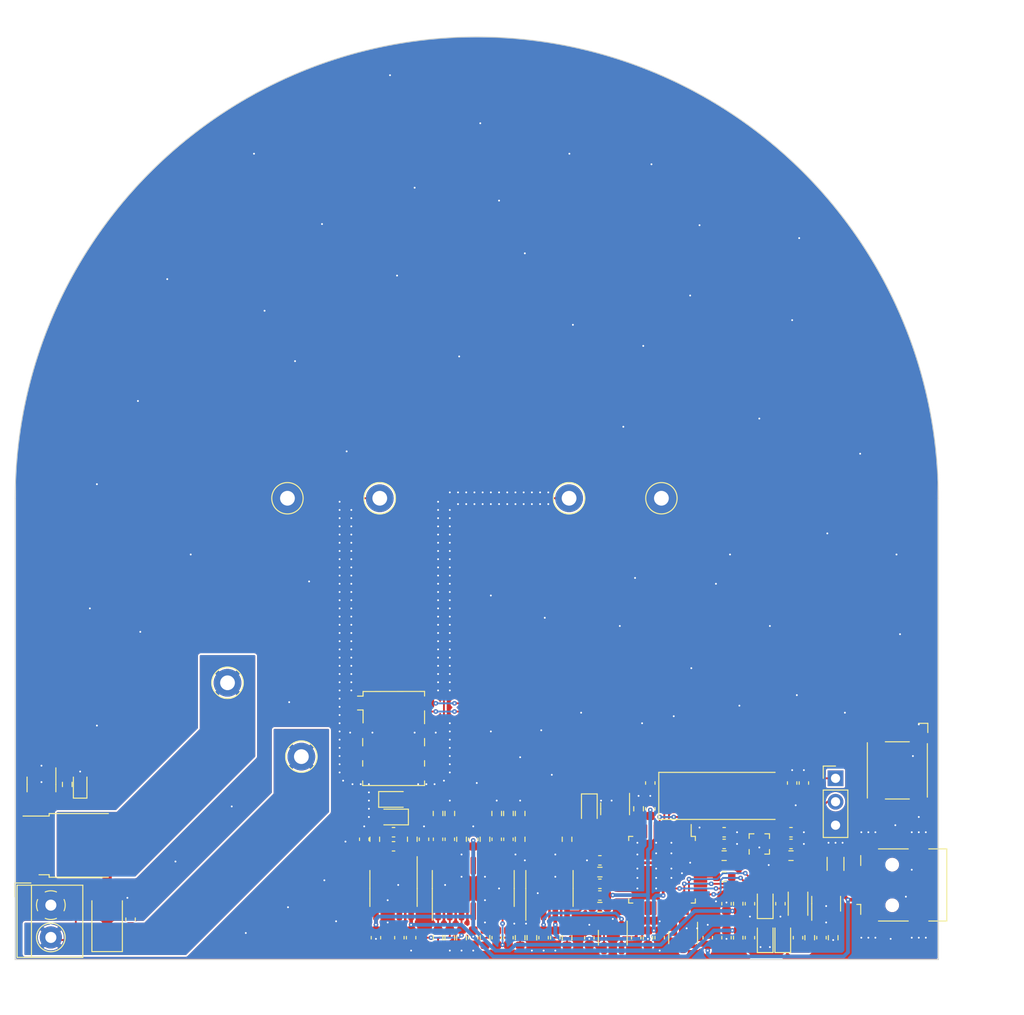
<source format=kicad_pcb>
(kicad_pcb (version 20221018) (generator pcbnew)
  (layers (0 "F.Cu" signal) (31 "B.Cu" signal) (34 "B.Paste" user) (35 "F.Paste" user) (36 "B.SilkS" user "B.Silkscreen") (37 "F.SilkS" user "F.Silkscreen") (38 "B.Mask" user) (39 "F.Mask" user) (44 "Edge.Cuts" user))
  (net 0 "")
  (net 1 "Net-(D1-A2)")
  (net 2 "GNDD")
  (net 3 "Net-(C28-Pad1)")
  (net 4 "Net-(D6-K)")
  (net 5 "Net-(D6-A)")
  (net 6 "5V")
  (net 7 "Net-(J1-D-)")
  (net 8 "Net-(J1-D+)")
  (net 10 "Net-(Q1-G)")
  (net 11 "Net-(C30-Pad1)")
  (net 12 "Net-(U1-NRST)")
  (net 13 "3.3V")
  (net 17 "Net-(U1-PF0)")
  (net 18 "Net-(U1-PF1)")
  (net 19 "3.3V_{A}")
  (net 29 "Net-(U1-PE8)")
  (net 30 "Net-(U1-PE9)")
  (net 31 "2.5V_{REF}")
  (net 43 "SCL")
  (net 44 "SDA")
  (net 47 "Net-(U2-C1)")
  (net 50 "Net-(C22-Pad1)")
  (net 51 "Net-(C22-Pad2)")
  (net 52 "-12V")
  (net 53 "Net-(C25-Pad1)")
  (net 54 "12V")
  (net 55 "Net-(R13-Pad2)")
  (net 56 "Net-(U5B--)")
  (net 57 "Net-(C27-Pad2)")
  (net 58 "Net-(C28-Pad2)")
  (net 59 "Net-(U5C--)")
  (net 60 "Net-(U6--)")
  (net 61 "1.25V_{REF}")
  (net 62 "ADC-")
  (net 63 "ADC+")
  (net 64 "Net-(U6-+)")
  (net 65 "Net-(C30-Pad2)")
  (net 66 "Net-(U5D--)")
  (net 67 "Net-(C26-Pad1)")
  (net 68 "Net-(D2-K)")
  (net 69 "EN_{B}")
  (net 70 "Net-(D3-A)")
  (net 71 "Net-(D4-A)")
  (net 72 "Net-(D3-K)")
  (net 73 "Net-(U4-FB)")
  (net 74 "Net-(D5-A)")
  (net 75 "Net-(D8-A2)")
  (net 76 "Net-(K1-Pad3)")
  (net 77 "Net-(D1-A1)")
  (net 78 "Net-(K1-Pad4)")
  (net 79 "Net-(K1-Pad5)")
  (net 80 "Net-(K1-Pad6)")
  (net 81 "EN_{Relay}")
  (net 82 "Net-(U5A-+)")
  (net 83 "Net-(U1-PB5)")
  (net 84 "Net-(U5A--)")
  (net 85 "Net-(J3-Pin_1)")
  (net 86 "Net-(J3-Pin_2)")
  (footprint "Capacitor_SMD:C_0603_1608Metric" (layer "F.Cu") (at 125.893 140.942 -90)
    (fp_text reference "C12" hide)
    (fp_text value "100nF")
  )
  (footprint "Capacitor_SMD:C_0603_1608Metric" (layer "F.Cu") (at 127.798 144.625 -90)
    (fp_text reference "C13" hide)
    (fp_text value "100nF")
  )
  (footprint "Capacitor_SMD:C_0603_1608Metric" (layer "F.Cu") (at 130.338 144.625 90)
    (fp_text reference "C14" hide)
    (fp_text value "120pF")
  )
  (footprint "Connector_PinHeader_2.54mm:PinHeader_1x03_P2.54mm_Vertical" (layer "F.Cu") (at 131.862 127.353)
    (fp_text reference "J3" hide)
    (fp_text value "Conn_01x03")
  )
  (footprint "Capacitor_SMD:C_0603_1608Metric" (layer "F.Cu") (at 85.888 144.625 -90)
    (fp_text reference "C17" hide)
    (fp_text value "C_Small")
  )
  (footprint "Package_SO:SOIC-14_3.9x8.7mm_P1.27mm" (layer "F.Cu") (at 92.619 139.291 90)
    (fp_text reference "U5" hide)
    (fp_text value "OPA4189xD")
  )
  (footprint "Resistor_SMD:R_0603_1608Metric" (layer "F.Cu") (at 97.699 144.625 90)
    (fp_text reference "R23" hide)
    (fp_text value "R_Small")
  )
  (footprint "Resistor_SMD:R_0603_1608Metric" (layer "F.Cu") (at 106.335 141.323)
    (fp_text reference "R28" hide)
    (fp_text value "R_Small")
  )
  (footprint "Diode_SMD:D_SOD-323" (layer "F.Cu") (at 126.147 144.625 90)
    (fp_text reference "D3" hide)
    (fp_text value "SD103AWS-7-F")
  )
  (footprint "Diode_SMD:D_SOD-323" (layer "F.Cu") (at 124.242 140.942 90)
    (fp_text reference "D5" hide)
    (fp_text value "SD103AWS-7-F")
  )
  (footprint "Capacitor_SMD:C_0603_1608Metric" (layer "F.Cu") (at 100.239 144.625 -90)
    (fp_text reference "C36" hide)
    (fp_text value "CC0603KRX7R9BB104")
  )
  (footprint "Resistor_SMD:R_0603_1608Metric" (layer "F.Cu") (at 131.608 144.625 -90)
    (fp_text reference "R7" hide)
    (fp_text value "15k")
  )
  (footprint "Package_TO_SOT_SMD:SOT-23" (layer "F.Cu") (at 107.986 130.655 -90)
    (fp_text reference "Q2" hide)
    (fp_text value "2N7002")
  )
  (footprint "Inductor_SMD:L_0603_1608Metric" (layer "F.Cu") (at 121.321 140.942 -90)
    (fp_text reference "FB3" hide)
    (fp_text value "FerriteBead_Small")
  )
  (footprint "Capacitor_SMD:C_0603_1608Metric" (layer "F.Cu") (at 95.159 133.957 -90)
    (fp_text reference "C29" hide)
    (fp_text value "C_Small")
  )
  (footprint "Resistor_SMD:R_0603_1608Metric" (layer "F.Cu") (at 106.335 137.513)
    (fp_text reference "R27" hide)
    (fp_text value "~")
  )
  (footprint "Capacitor_SMD:C_0603_1608Metric" (layer "F.Cu") (at 119.797 134.465)
    (fp_text reference "C3" hide)
    (fp_text value "100nF")
  )
  (footprint "Package_SO:SOIC-8_3.9x4.9mm_P1.27mm" (layer "F.Cu") (at 100.874 139.291 90)
    (fp_text reference "U6" hide)
    (fp_text value "THS4561")
  )
  (footprint "Inductor_SMD:L_0603_1608Metric" (layer "F.Cu") (at 111.542 144.625 -90)
    (fp_text reference "FB1" hide)
    (fp_text value "FerriteBead_Small")
  )
  (footprint "TestPoint:TestPoint_Loop_D2.60mm_Drill1.6mm_Beaded" (layer "F.Cu") (at 103 97 180)
    (fp_text reference "TP1" hide)
    (fp_text value "TestPoint")
  )
  (footprint "TestPoint:TestPoint_Loop_D2.60mm_Drill1.6mm_Beaded" (layer "F.Cu") (at 66 117 180)
    (fp_text reference "TP5" hide)
    (fp_text value "TestPoint")
  )
  (footprint "Diode_SMD:D_SOD-323" (layer "F.Cu") (at 83.983 131.544 180)
    (fp_text reference "D6" hide)
    (fp_text value "D_Schottky")
  )
  (footprint "Package_TO_SOT_SMD:TO-252-2" (layer "F.Cu") (at 49.989 134.6225)
    (fp_text reference "Q1" hide)
    (fp_text value "IPD50R3K0CE")
  )
  (footprint "Capacitor_SMD:C_0603_1608Metric" (layer "F.Cu") (at 118.019 144.625 -90)
    (fp_text reference "C39" hide)
    (fp_text value "100nF")
  )
  (footprint "Capacitor_SMD:C_0603_1608Metric" (layer "F.Cu") (at 105.192 144.625 -90)
    (fp_text reference "C37" hide)
    (fp_text value "CC0603KRX7R9BB104")
  )
  (footprint "Inductor_SMD:L_Murata_DFE201610P" (layer "F.Cu") (at 127.798 140.942 -90)
    (fp_text reference "L1" hide)
    (fp_text value "CBC3225T100KR")
  )
  (footprint "Package_TO_SOT_SMD:SOT-23-5" (layer "F.Cu") (at 130.846 140.942 90)
    (fp_text reference "U4" hide)
    (fp_text value "LM27313XMFX/NOPB")
  )
  (footprint "Capacitor_SMD:C_0603_1608Metric" (layer "F.Cu") (at 88.809 133.957 -90)
    (fp_text reference "C27" hide)
    (fp_text value "C_Small")
  )
  (footprint "Resistor_SMD:R_0603_1608Metric" (layer "F.Cu") (at 102.779 144.625 90)
    (fp_text reference "R25" hide)
    (fp_text value "R_Small")
  )
  (footprint "Resistor_SMD:R_0603_1608Metric" (layer "F.Cu") (at 90.079 131.163 -90)
    (fp_text reference "R16" hide)
    (fp_text value "R_Small")
  )
  (footprint "Diode_SMD:D_SOD-323" (layer "F.Cu") (at 124.242 144.625 90)
    (fp_text reference "D4" hide)
    (fp_text value "SD103AWS-7-F")
  )
  (footprint "Capacitor_SMD:C_0603_1608Metric" (layer "F.Cu") (at 95.159 144.625 90)
    (fp_text reference "C31" hide)
    (fp_text value "C_Small")
  )
  (footprint "Capacitor_SMD:C_0603_1608Metric" (layer "F.Cu") (at 120.051 140.942 -90)
    (fp_text reference "C24" hide)
    (fp_text value "1uF")
  )
  (footprint "Resistor_SMD:R_0603_1608Metric" (layer "F.Cu") (at 102.779 133.957 -90)
    (fp_text reference "R24" hide)
    (fp_text value "R_Small")
  )
  (footprint "Resistor_SMD:R_0603_1608Metric" (layer "F.Cu") (at 90.079 144.625 -90)
    (fp_text reference "R12" hide)
    (fp_text value "R_Small")
  )
  (footprint "TestPoint:TestPoint_Loop_D2.60mm_Drill1.6mm_Beaded" (layer "F.Cu") (at 113 97 -90)
    (fp_text reference "TP6" hide)
    (fp_text value "TestPoint")
  )
  (footprint "Capacitor_SMD:C_0603_1608Metric" (layer "F.Cu") (at 127.163 127.861 -90)
    (fp_text reference "C9" hide)
    (fp_text value "12pF")
  )
  (footprint "Capacitor_SMD:C_0603_1608Metric" (layer "F.Cu") (at 111.796 127.861 90)
    (fp_text reference "C10" hide)
    (fp_text value "12pF")
  )
  (footprint "Capacitor_SMD:C_0603_1608Metric" (layer "F.Cu") (at 122.591 140.942 90)
    (fp_text reference "C16" hide)
    (fp_text value "1uF")
  )
  (footprint "Capacitor_SMD:C_0603_1608Metric" (layer "F.Cu") (at 112.812 144.625 90)
    (fp_text reference "C38" hide)
    (fp_text value "100nF")
  )
  (footprint "LED_SMD:LED_0603_1608Metric" (layer "F.Cu") (at 50.038 128.016 90)
    (fp_text reference "D2" hide)
    (fp_text value "LED")
  )
  (footprint "Inductor_SMD:L_0603_1608Metric" (layer "F.Cu") (at 121.321 144.625 90)
    (fp_text reference "FB2" hide)
    (fp_text value "FerriteBead_Small")
  )
  (footprint "Resistor_SMD:R_0603_1608Metric" (layer "F.Cu") (at 127.036 135.735 180)
    (fp_text reference "R2" hide)
    (fp_text value "4k7")
  )
  (footprint "Capacitor_SMD:C_1206_3216Metric" (layer "F.Cu") (at 131.862 136.624 90)
    (fp_text reference "C1" hide)
    (fp_text value "100uF")
  )
  (footprint "Connector_USB:USB_Mini-B_Lumberg_2486_01_Horizontal" (layer "F.Cu") (at 138 138.91 90)
    (fp_text reference "J1" hide)
    (fp_text value "USB_B_Mini")
  )
  (footprint "Resistor_SMD:R_0603_1608Metric" (layer "F.Cu") (at 98.969 144.625 90)
    (fp_text reference "R26" hide)
    (fp_text value "R_Small")
  )
  (footprint "Capacitor_SMD:C_0603_1608Metric" (layer "F.Cu") (at 120.051 144.625 -90)
    (fp_text reference "C23" hide)
    (fp_text value "1uF")
  )
  (footprint "Capacitor_SMD:C_0603_1608Metric" (layer "F.Cu") (at 127.036 134.465)
    (fp_text reference "C11" hide)
    (fp_text value "100nF")
  )
  (footprint "Capacitor_SMD:C_0603_1608Metric" (layer "F.Cu") (at 90.079 133.957 -90)
    (fp_text reference "C26" hide)
    (fp_text value "C_Small")
  )
  (footprint "Package_LGA:LGA-12_2x2mm_P0.5mm" (layer "F.Cu") (at 123.607 134.465 90)
    (fp_text reference "U2" hide)
    (fp_text value "LIS3MDL")
  )
  (footprint "Resistor_SMD:R_0603_1608Metric" (layer "F.Cu") (at 48.641 128.016 -90)
    (fp_text reference "R6" hide)
    (fp_text value "R_Small")
  )
  (footprint "Resistor_SMD:R_0603_1608Metric" (layer "F.Cu") (at 93.889 144.625 -90)
    (fp_text reference "R22" hide)
    (fp_text value "R_Small")
  )
  (footprint "Crystal:Crystal_SMD_HC49-SD" (layer "F.Cu") (at 119.416 129.258)
    (fp_text reference "Y1" hide)
    (fp_text value "8MHz")
  )
  (footprint "Button_Switch_SMD:SW_SPST_Omron_B3FS-100xP" (layer "F.Cu") (at 138.557 126.492 -90)
    (fp_text reference "SW1" hide)
    (fp_text value "SW_Omron_B3FS")
  )
  (footprint "Capacitor_SMD:C_0603_1608Metric" (layer "F.Cu") (at 106.335 140.053 180)
    (fp_text reference "C7" hide)
    (fp_text value "100nF")
  )
  (footprint "Resistor_SMD:R_0603_1608Metric" (layer "F.Cu") (at 91.349 133.957 90)
    (fp_text reference "R15" hide)
    (fp_text value "R_Small")
  )
  (footprint "TerminalBlock_4Ucon:TerminalBlock_4Ucon_1x02_P3.50mm_Horizontal" (layer "F.Cu") (at 46.863 141.097 -90)
    (fp_text reference "J2" hide)
    (fp_text value "Screw_Terminal_01x02")
  )
  (footprint "Capacitor_SMD:C_0603_1608Metric" (layer "F.Cu") (at 122.591 144.625 90)
    (fp_text reference "C15" hide)
    (fp_text value "1uF")
  )
  (footprint "Capacitor_SMD:C_0603_1608Metric" (layer "F.Cu") (at 111.796 130.655 90)
    (fp_text reference "C4" hide)
    (fp_text value "100nF")
  )
  (footprint "Capacitor_SMD:C_0603_1608Metric" (layer "F.Cu") (at 106.335 136.243 180)
    (fp_text reference "C6" hide)
    (fp_text value "100nF")
  )
  (footprint "Capacitor_SMD:C_0603_1608Metric" (layer "F.Cu") (at 101.509 144.625 -90)
    (fp_text reference "C34" hide)
    (fp_text value "C_Small")
  )
  (footprint "TestPoint:TestPoint_Loop_D2.60mm_Drill1.6mm_Beaded" (layer "F.Cu") (at 72.492 97)
    (fp_text reference "TP2" hide)
    (fp_text value "TestPoint")
  )
  (footprint "Resistor_SMD:R_0603_1608Metric" (layer "F.Cu") (at 129.068 144.625 90)
    (fp_text reference "R8" hide)
    (fp_text value "150k")
  )
  (footprint "Resistor_SMD:R_0603_1608Metric" (layer "F.Cu") (at 95.159 131.163 -90)
    (fp_text reference "R18" hide)
    (fp_text value "R_Small")
  )
  (footprint "Resistor_SMD:R_0603_1608Metric" (layer "F.Cu") (at 119.797 138.021)
    (fp_text reference "R1" hide)
    (fp_text value "1k5")
  )
  (footprint "TestPoint:TestPoint_Loop_D2.60mm_Drill1.6mm_Beaded" (layer "F.Cu") (at 82.492 97)
    (fp_text reference "TP3" hide)
    (fp_text value "TestPoint")
  )
  (footprint "Resistor_SMD:R_0603_1608Metric" (layer "F.Cu") (at 119.797 135.735)
    (fp_text reference "R3" hide)
    (fp_text value "4k7")
  )
  (footprint "Resistor_SMD:R_0603_1608Metric" (layer "F.Cu") (at 91.349 144.625 -90)
    (fp_text reference "R11" hide)
    (fp_text value "R_Small")
  )
  (footprint "Resistor_SMD:R_0603_1608Metric" (layer "F.Cu") (at 86.015 133.957 90)
    (fp_text reference "R9" hide)
    (fp_text value "R_Small")
  )
  (footprint "Package_TO_SOT_SMD:SOT-23-5" (layer "F.Cu") (at 45.847 128.016 -90)
    (fp_text reference "U7" hide)
    (fp_text value "UCC44273")
  )
  (footprint "Capacitor_SMD:C_0603_1608Metric" (layer "F.Cu") (at 106.335 138.783)
    (fp_text reference "C40" hide)
    (fp_text value "C_Small")
  )
  (footprint "Resistor_SMD:R_0603_1608Metric" (layer "F.Cu") (at 81.951 133.957 90)
    (fp_text reference "R10" hide)
    (fp_text value "R_Small")
  )
  (footprint "Capacitor_SMD:C_0603_1608Metric" (layer "F.Cu") (at 110.272 144.625 90)
    (fp_text reference "C35" hide)
    (fp_text value "CC0603KRX7R9BB104")
  )
  (footprint "Capacitor_SMD:C_0603_1608Metric" (layer "F.Cu") (at 127.036 133.195 180)
    (fp_text reference "C2" hide)
    (fp_text value "100nF")
  )
  (footprint "Capacitor_SMD:C_0603_1608Metric" (layer "F.Cu") (at 96.429 144.625 90)
    (fp_text reference "C30" hide)
    (fp_text value "C_Small")
  )
  (footprint "Resistor_SMD:R_0603_1608Metric" (layer "F.Cu") (at 88.809 144.625 90)
    (fp_text reference "R13" hide)
    (fp_text value "R_Small")
  )
  (footprint "Diode_SMD:D_SOD-323" (layer "F.Cu") (at 83.983 129.639)
    (fp_text reference "D7" hide)
    (fp_text value "1.5KExxA")
  )
  (footprint "Capacitor_SMD:C_0603_1608Metric" (layer "F.Cu") (at 87.285 133.957 -90)
    (fp_text reference "C20" hide)
    (fp_text value "C_Small")
  )
  (footprint "Resistor_SMD:R_0603_1608Metric" (layer "F.Cu") (at 88.809 131.163 -90)
    (fp_text reference "R14" hide)
    (fp_text value "R_Small")
  )
  (footprint "Resistor_SMD:R_0603_1608Metric" (layer "F.Cu") (at 96.429 131.163 -90)
    (fp_text reference "R17" hide)
    (fp_text value "R_Small")
  )
  (footprint "Capacitor_SMD:C_0603_1608Metric" (layer "F.Cu") (at 55.499 142.621 90)
    (fp_text reference "C41" hide)
    (fp_text value "CC0603KRX7R9BB104")
  )
  (footprint "Package_QFP:LQFP-48_7x7mm_P0.5mm" (layer "F.Cu") (at 113.066 137.259 -90)
    (fp_text reference "U1" hide)
    (fp_text value "STM32F373C8Tx")
  )
  (footprint "Diode_SMD:D_SMA" (layer "F.Cu") (at 52.959 142.621 90)
    (fp_text reference "D1" hide)
    (fp_text value "SMAJ45A")
  )
  (footprint "Resistor_SMD:R_0603_1608Metric" (layer "F.Cu") (at 97.699 131.163 -90)
    (fp_text reference "R21" hide)
    (fp_text value "R_Small")
  )
  (footprint "Capacitor_SMD:C_0603_1608Metric" (layer "F.Cu") (at 82.078 144.625 -90)
    (fp_text reference "C18" hide)
    (fp_text value "C_Small")
  )
  (footprint "Capacitor_SMD:C_0603_1608Metric" (layer "F.Cu") (at 83.983 133.195 180)
    (fp_text reference "C19" hide)
    (fp_text value "C_Small")
  )
  (footprint "Capacitor_SMD:C_0603_1608Metric" (layer "F.Cu") (at 83.983 134.719 180)
    (fp_text reference "C22" hide)
    (fp_text value "C_Small")
  )
  (footprint "Resistor_SMD:R_0603_1608Metric" (layer "F.Cu") (at 93.889 133.957 90)
    (fp_text reference "R19" hide)
    (fp_text value "R_Small")
  )
  (footprint "Package_SO:SOIC-8_3.9x4.9mm_P1.27mm" (layer "F.Cu") (at 83.983 139.291 -90)
    (fp_text reference "U3" hide)
    (fp_text value "INA848")
  )
  (footprint "Capacitor_SMD:C_0603_1608Metric" (layer "F.Cu") (at 92.619 144.625 -90)
    (fp_text reference "C33" hide)
    (fp_text value "C_Small")
  )
  (footprint "Resistor_SMD:R_0603_1608Metric" (layer "F.Cu") (at 97.699 133.957 90)
    (fp_text reference "R20" hide)
    (fp_text value "R_Small")
  )
  (footprint "Capacitor_SMD:C_0603_1608Metric" (layer "F.Cu") (at 80.808 133.957 90)
    (fp_text reference "C21" hide)
    (fp_text value "C_Small")
  )
  (footprint "TestPoint:TestPoint_Loop_D2.60mm_Drill1.6mm_Beaded" (layer "F.Cu") (at 74 125 180)
    (fp_text reference "TP4" hide)
    (fp_text value "TestPoint")
  )
  (footprint "Diode_SMD:D_SOD-323" (layer "F.Cu") (at 105.192 130.655 -90)
    (fp_text reference "D8" hide)
    (fp_text value "1.5KExxA")
  )
  (footprint "Package_TO_SOT_SMD:SOT-23" (layer "F.Cu") (at 115.352 144.625 -90)
    (fp_text reference "U9" hide)
    (fp_text value "MCP1700-3.3")
  )
  (footprint "Capacitor_SMD:C_0603_1608Metric" (layer "F.Cu") (at 128.433 127.861 90)
    (fp_text reference "C8" hide)
    (fp_text value "100nF")
  )
  (footprint "Capacitor_SMD:C_0603_1608Metric" (layer "F.Cu") (at 119.797 133.195)
    (fp_text reference "C5" hide)
    (fp_text value "1uF")
  )
  (footprint "Capacitor_SMD:C_0603_1608Metric" (layer "F.Cu") (at 92.619 133.957 90)
    (fp_text reference "C32" hide)
    (fp_text value "C_Small")
  )
  (footprint "Capacitor_SMD:C_0603_1608Metric" (layer "F.Cu") (at 96.429 133.957 -90)
    (fp_text reference "C28" hide)
    (fp_text value "C_Small")
  )
  (footprint "Capacitor_SMD:C_0603_1608Metric" (layer "F.Cu") (at 84.618 144.625 -90)
    (fp_text reference "C25" hide)
    (fp_text value "C_Small")
  )
  (footprint "Relay_SMD:Relay_DPDT_Omron_G6K-2F-Y" (layer "F.Cu") (at 83.983 123.035)
    (fp_text reference "K1" hide)
    (fp_text value "G6K-2")
  )
  (footprint "Package_TO_SOT_SMD:SOT-23-5" (layer "F.Cu") (at 107.732 144.625 -90)
    (fp_text reference "U8" hide)
    (fp_text value "REF2025AIDDCR")
  )
  (footprint "Resistor_SMD:R_0603_1608Metric" (layer "F.Cu") (at 110.526 130.655 90)
    (fp_text reference "R4" hide)
    (fp_text value "R_Small")
  )
  (gr_arc (start 43 97) (mid 93 47) (end 143 97) (stroke (width 0.1)) (layer "Edge.Cuts"))
  (gr_line (start 43 147) (end 143 147) (stroke (width 0.1)) (layer "Edge.Cuts"))
  (gr_line (start 43 97) (end 43 147) (stroke (width 0.1)) (layer "Edge.Cuts"))
  (gr_line (start 143 147) (end 143 97) (stroke (width 0.1)) (layer "Edge.Cuts"))
  (segment (start 52.959 136.3325) (end 51.249 134.6225) (width 1) (layer "F.Cu") (net 1))
  (segment (start 52.959 140.621) (end 52.959 136.3325) (width 1) (layer "F.Cu") (net 1))
  (via (at 90.968 97.635) (size 0.5) (drill 0.2) (layers "F.Cu" "B.Cu") (net 2))
  (via (at 88.809 104.493) (size 0.5) (drill 0.2) (layers "F.Cu" "B.Cu") (net 2))
  (via (at 114.082 138.148) (size 0.5) (drill 0.2) (layers "F.Cu" "B.Cu") (net 2))
  (via (at 108.494 110.843) (size 0.5) (drill 0.2) (layers "F.Cu" "B.Cu") (net 2))
  (via (at 45.847 125.984) (size 0.5) (drill 0.2) (layers "F.Cu" "B.Cu") (net 2))
  (via (at 134.656 144.625) (size 0.5) (drill 0.2) (layers "F.Cu" "B.Cu") (net 2))
  (via (at 50.038 126.619) (size 0.5) (drill 0.2) (layers "F.Cu" "B.Cu") (net 2))
  (via (at 88.809 102.715) (size 0.5) (drill 0.2) (layers "F.Cu" "B.Cu") (net 2))
  (via (at 95.413 97.635) (size 0.5) (drill 0.2) (layers "F.Cu" "B.Cu") (net 2))
  (via (at 90.079 98.27) (size 0.5) (drill 0.2) (layers "F.Cu" "B.Cu") (net 2))
  (via (at 86.65 127.988) (size 0.5) (drill 0.2) (layers "F.Cu" "B.Cu") (net 2))
  (via (at 96.302 96.365) (size 0.5) (drill 0.2) (layers "F.Cu" "B.Cu") (net 2))
  (via (at 78.522 127.607) (size 0.5) (drill 0.2) (layers "F.Cu" "B.Cu") (net 2))
  (via (at 78.141 108.938) (size 0.5) (drill 0.2) (layers "F.Cu" "B.Cu") (net 2))
  (via (at 80.427 127.988) (size 0.5) (drill 0.2) (layers "F.Cu" "B.Cu") (net 2))
  (via (at 117.13 132.687) (size 0.5) (drill 0.2) (layers "F.Cu" "B.Cu") (net 2))
  (via (at 90.079 111.605) (size 0.5) (drill 0.2) (layers "F.Cu" "B.Cu") (net 2))
  (via (at 84.491 138.91) (size 0.5) (drill 0.2) (layers "F.Cu" "B.Cu") (net 2))
  (via (at 78.141 116.939) (size 0.5) (drill 0.2) (layers "F.Cu" "B.Cu") (net 2))
  (via (at 140.244 124.94) (size 0.5) (drill 0.2) (layers "F.Cu" "B.Cu") (net 2))
  (via (at 78.141 110.716) (size 0.5) (drill 0.2) (layers "F.Cu" "B.Cu") (net 2))
  (via (at 78.141 111.605) (size 0.5) (drill 0.2) (layers "F.Cu" "B.Cu") (net 2))
  (via (at 78.141 107.16) (size 0.5) (drill 0.2) (layers "F.Cu" "B.Cu") (net 2))
  (via (at 89.444 127.607) (size 0.5) (drill 0.2) (layers "F.Cu" "B.Cu") (net 2))
  (via (at 88.809 100.048) (size 0.5) (drill 0.2) (layers "F.Cu" "B.Cu") (net 2))
  (via (at 97.191 97.635) (size 0.5) (drill 0.2) (layers "F.Cu" "B.Cu") (net 2))
  (via (at 137.831 144.752) (size 0.5) (drill 0.2) (layers "F.Cu" "B.Cu") (net 2))
  (via (at 90.079 123.162) (size 0.5) (drill 0.2) (layers "F.Cu" "B.Cu") (net 2))
  (via (at 120.051 140.815) (size 0.5) (drill 0.2) (layers "F.Cu" "B.Cu") (net 2))
  (via (at 90.079 124.051) (size 0.5) (drill 0.2) (layers "F.Cu" "B.Cu") (net 2))
  (via (at 118.908 106.271) (size 0.5) (drill 0.2) (layers "F.Cu" "B.Cu") (net 2))
  (via (at 84.364 72.87) (size 0.5) (drill 0.2) (layers "F.Cu" "B.Cu") (net 2))
  (via (at 90.079 146.022) (size 0.5) (drill 0.2) (layers "F.Cu" "B.Cu") (net 2))
  (via (at 59.472 73.251) (size 0.5) (drill 0.2) (layers "F.Cu" "B.Cu") (net 2))
  (via (at 90.079 102.715) (size 0.5) (drill 0.2) (layers "F.Cu" "B.Cu") (net 2))
  (via (at 78.141 102.715) (size 0.5) (drill 0.2) (layers "F.Cu" "B.Cu") (net 2))
  (via (at 78.141 104.493) (size 0.5) (drill 0.2) (layers "F.Cu" "B.Cu") (net 2))
  (via (at 78.141 114.272) (size 0.5) (drill 0.2) (layers "F.Cu" "B.Cu") (net 2))
  (via (at 90.079 116.939) (size 0.5) (drill 0.2) (layers "F.Cu" "B.Cu") (net 2))
  (via (at 140.879 144.625) (size 0.5) (drill 0.2) (layers "F.Cu" "B.Cu") (net 2))
  (via (at 87.539 127.988) (size 0.5) (drill 0.2) (layers "F.Cu" "B.Cu") (net 2))
  (via (at 103.414 78.204) (size 0.5) (drill 0.2) (layers "F.Cu" "B.Cu") (net 2))
  (via (at 79.411 103.604) (size 0.5) (drill 0.2) (layers "F.Cu" "B.Cu") (net 2))
  (via (at 78.141 118.717) (size 0.5) (drill 0.2) (layers "F.Cu" "B.Cu") (net 2))
  (via (at 131.1 134.338) (size 0.5) (drill 0.2) (layers "F.Cu" "B.Cu") (net 2))
  (via (at 78.141 100.937) (size 0.5) (drill 0.2) (layers "F.Cu" "B.Cu") (net 2))
  (via (at 78.141 115.161) (size 0.5) (drill 0.2) (layers "F.Cu" "B.Cu") (net 2))
  (via (at 124.75 145.641) (size 0.5) (drill 0.2) (layers "F.Cu" "B.Cu") (net 2))
  (via (at 82.078 144.752) (size 0.5) (drill 0.2) (layers "F.Cu" "B.Cu") (net 2))
  (via (at 51.09 108.938) (size 0.5) (drill 0.2) (layers "F.Cu" "B.Cu") (net 2))
  (via (at 79.411 115.161) (size 0.5) (drill 0.2) (layers "F.Cu" "B.Cu") (net 2))
  (via (at 78.141 117.828) (size 0.5) (drill 0.2) (layers "F.Cu" "B.Cu") (net 2))
  (via (at 98.08 96.365) (size 0.5) (drill 0.2) (layers "F.Cu" "B.Cu") (net 2))
  (via (at 111.796 129.258) (size 0.5) (drill 0.2) (layers "F.Cu" "B.Cu") (net 2))
  (via (at 99.858 96.365) (size 0.5) (drill 0.2) (layers "F.Cu" "B.Cu") (net 2))
  (via (at 118.908 140.688) (size 0.5) (drill 0.2) (layers "F.Cu" "B.Cu") (net 2))
  (via (at 83.348 142.974) (size 0.5) (drill 0.2) (layers "F.Cu" "B.Cu") (net 2))
  (via (at 78.141 109.827) (size 0.5) (drill 0.2) (layers "F.Cu" "B.Cu") (net 2))
  (via (at 123.607 134.846) (size 0.5) (drill 0.2) (layers "F.Cu" "B.Cu") (net 2))
  (via (at 130.973 100.81) (size 0.5) (drill 0.2) (layers "F.Cu" "B.Cu") (net 2))
  (via (at 91.857 96.365) (size 0.5) (drill 0.2) (layers "F.Cu" "B.Cu") (net 2))
  (via (at 127.671 118.336) (size 0.5) (drill 0.2) (layers "F.Cu" "B.Cu") (net 2))
  (via (at 78.141 100.048) (size 0.5) (drill 0.2) (layers "F.Cu" "B.Cu") (net 2))
  (via (at 51.852 95.476) (size 0.5) (drill 0.2) (layers "F.Cu" "B.Cu") (net 2))
  (via (at 114.082 135.481) (size 0.5) (drill 0.2) (layers "F.Cu" "B.Cu") (net 2))
  (via (at 78.141 103.604) (size 0.5) (drill 0.2) (layers "F.Cu" "B.Cu") (net 2))
  (via (at 95.413 139.291) (size 0.5) (drill 0.2) (layers "F.Cu" "B.Cu") (net 2))
  (via (at 88.809 107.16) (size 0.5) (drill 0.2) (layers "F.Cu" "B.Cu") (net 2))
  (via (at 92.619 132.56) (size 0.5) (drill 0.2) (layers "F.Cu" "B.Cu") (net 2))
  (via (at 90.079 122.273) (size 0.5) (drill 0.2) (layers "F.Cu" "B.Cu") (net 2))
  (via (at 79.411 110.716) (size 0.5) (drill 0.2) (layers "F.Cu" "B.Cu") (net 2))
  (via (at 110.399 139.291) (size 0.5) (drill 0.2) (layers "F.Cu" "B.Cu") (net 2))
  (via (at 120.432 103.096) (size 0.5) (drill 0.2) (layers "F.Cu" "B.Cu") (net 2))
  (via (at 140.117 133.195) (size 0.5) (drill 0.2) (layers "F.Cu" "B.Cu") (net 2))
  (via (at 78.141 99.159) (size 0.5) (drill 0.2) (layers "F.Cu" "B.Cu") (net 2))
  (via (at 55.154 140.307) (size 0.5) (drill 0.2) (layers "F.Cu" "B.Cu") (net 2))
  (via (at 72.68 119.098) (size 0.5) (drill 0.2) (layers "F.Cu" "B.Cu") (net 2))
  (via (at 85.888 146.022) (size 0.5) (drill 0.2) (layers "F.Cu" "B.Cu") (net 2))
  (via (at 105.192 143.228) (size 0.5) (drill 0.2) (layers "F.Cu" "B.Cu") (net 2))
  (via (at 79.411 117.828) (size 0.5) (drill 0.2) (layers "F.Cu" "B.Cu") (net 2))
  (via (at 74.839 106.017) (size 0.5) (drill 0.2) (layers "F.Cu" "B.Cu") (net 2))
  (via (at 97.191 135.608) (size 0.5) (drill 0.2) (layers "F.Cu" "B.Cu") (net 2))
  (via (at 111.034 80.49) (size 0.5) (drill 0.2) (layers "F.Cu" "B.Cu") (net 2))
  (via (at 88.809 113.383) (size 0.5) (drill 0.2) (layers "F.Cu" "B.Cu") (net 2))
  (via (at 76.236 67.282) (size 0.5) (drill 0.2) (layers "F.Cu" "B.Cu") (net 2))
  (via (at 138.339 132.433) (size 0.5) (drill 0.2) (layers "F.Cu" "B.Cu") (net 2))
  (via (at 88.809 117.828) (size 0.5) (drill 0.2) (layers "F.Cu" "B.Cu") (net 2))
  (via (at 88.809 98.27) (size 0.5) (drill 0.2) (layers "F.Cu" "B.Cu") (net 2))
  (via (at 66.457 130.401) (size 0.5) (drill 0.2) (layers "F.Cu" "B.Cu") (net 2))
  (via (at 94.524 97.635) (size 0.5) (drill 0.2) (layers "F.Cu" "B.Cu") (net 2))
  (via (at 68.87 59.662) (size 0.5) (drill 0.2) (layers "F.Cu" "B.Cu") (net 2))
  (via (at 88.809 105.382) (size 0.5) (drill 0.2) (layers "F.Cu" "B.Cu") (net 2))
  (via (at 135.418 144.625) (size 0.5) (drill 0.2) (layers "F.Cu" "B.Cu") (net 2))
  (via (at 93.381 56.36) (size 0.5) (drill 0.2) (layers "F.Cu" "B.Cu") (net 2))
  (via (at 79.411 104.493) (size 0.5) (drill 0.2) (layers "F.Cu" "B.Cu") (net 2))
  (via (at 78.141 105.382) (size 0.5) (drill 0.2) (layers "F.Cu" "B.Cu") (net 2))
  (via (at 90.079 125.829) (size 0.5) (drill 0.2) (layers "F.Cu" "B.Cu") (net 2))
  (via (at 127.163 126.464) (size 0.5) (drill 0.2) (layers "F.Cu" "B.Cu") (net 2))
  (via (at 93 127.861) (size 0.5) (drill 0.2) (layers "F.Cu" "B.Cu") (net 2))
  (via (at 90.079 100.937) (size 0.5) (drill 0.2) (layers "F.Cu" "B.Cu") (net 2))
  (via (at 92.746 96.365) (size 0.5) (drill 0.2) (layers "F.Cu" "B.Cu") (net 2))
  (via (at 128.433 126.464) (size 0.5) (drill 0.2) (layers "F.Cu" "B.Cu") (net 2))
  (via (at 83.348 140.561) (size 0.5) (drill 0.2) (layers "F.Cu" "B.Cu") (net 2))
  (via (at 138.466 103.096) (size 0.5) (drill 0.2) (layers "F.Cu" "B.Cu") (net 2))
  (via (at 140.117 144.625) (size 0.5) (drill 0.2) (layers "F.Cu" "B.Cu") (net 2))
  (via (at 124.75 110.843) (size 0.5) (drill 0.2) (layers "F.Cu" "B.Cu") (net 2))
  (via (at 90.079 100.048) (size 0.5) (drill 0.2) (layers "F.Cu" "B.Cu") (net 2))
  (via (at 91.095 81.633) (size 0.5) (drill 0.2) (layers "F.Cu" "B.Cu") (net 2))
  (via (at 79.411 116.05) (size 0.5) (drill 0.2) (layers "F.Cu" "B.Cu") (net 2))
  (via (at 132.624 134.338) (size 0.5) (drill 0.2) (layers "F.Cu" "B.Cu") (net 2))
  (via (at 81.316 131.544) (size 0.5) (drill 0.2) (layers "F.Cu" "B.Cu") (net 2))
  (via (at 88.809 111.605) (size 0.5) (drill 0.2) (layers "F.Cu" "B.Cu") (net 2))
  (via (at 101.509 146.022) (size 0.5) (drill 0.2) (layers "F.Cu" "B.Cu") (net 2))
  (via (at 98.969 146.022) (size 0.5) (drill 0.2) (layers "F.Cu" "B.Cu") (net 2))
  (via (at 130.846 142.974) (size 0.5) (drill 0.2) (layers "F.Cu" "B.Cu") (net 2))
  (via (at 93.635 97.635) (size 0.5) (drill 0.2) (layers "F.Cu" "B.Cu") (net 2))
  (via (at 78.141 122.273) (size 0.5) (drill 0.2) (layers "F.Cu" "B.Cu") (net 2))
  (via (at 99.604 139.799) (size 0.5) (drill 0.2) (layers "F.Cu" "B.Cu") (net 2))
  (via (at 140.879 121.511) (size 0.5) (drill 0.2) (layers "F.Cu" "B.Cu") (net 2))
  (via (at 88.809 110.716) (size 0.5) (drill 0.2) (layers "F.Cu" "B.Cu") (net 2))
  (via (at 90.079 121.384) (size 0.5) (drill 0.2) (layers "F.Cu" "B.Cu") (net 2))
  (via (at 70.013 76.68) (size 0.5) (drill 0.2) (layers "F.Cu" "B.Cu") (net 2))
  (via (at 90.079 108.938) (size 0.5) (drill 0.2) (layers "F.Cu" "B.Cu") (net 2))
  (via (at 112.431 134.338) (size 0.5) (drill 0.2) (layers "F.Cu" "B.Cu") (net 2))
  (via (at 111.923 60.805) (size 0.5) (drill 0.2) (layers "F.Cu" "B.Cu") (net 2))
  (via (at 134.529 92.174) (size 0.5) (drill 0.2) (layers "F.Cu" "B.Cu") (net 2))
  (via (at 81.316 127.988) (size 0.5) (drill 0.2) (layers "F.Cu" "B.Cu") (net 2))
  (via (at 99.858 97.635) (size 0.5) (drill 0.2) (layers "F.Cu" "B.Cu") (net 2))
  (via (at 90.079 107.16) (size 0.5) (drill 0.2) (layers "F.Cu" "B.Cu") (net 2))
  (via (at 60.361 136.37) (size 0.5) (drill 0.2) (layers "F.Cu" "B.Cu") (net 2))
  (via (at 90.079 117.828) (size 0.5) (drill 0.2) (layers "F.Cu" "B.Cu") (net 2))
  (via (at 78.141 126.718) (size 0.5) (drill 0.2) (layers "F.Cu" "B.Cu") (net 2))
  (via (at 79.411 102.715) (size 0.5) (drill 0.2) (layers "F.Cu" "B.Cu") (net 2))
  (via (at 90.079 103.604) (size 0.5) (drill 0.2) (layers "F.Cu" "B.Cu") (net 2))
  (via (at 81.316 129.766) (size 0.5) (drill 0.2) (layers "F.Cu" "B.Cu") (net 2))
  (via (at 114.082 137.132) (size 0.5) (drill 0.2) (layers "F.Cu" "B.Cu") (net 2))
  (via (at 107.605 129.766) (size 0.5) (drill 0.2) (layers "F.Cu" "B.Cu") (net 2))
  (via (at 90.079 108.049) (size 0.5) (drill 0.2) (layers "F.Cu" "B.Cu") (net 2))
  (via (at 88.809 103.604) (size 0.5) (drill 0.2) (layers "F.Cu" "B.Cu") (net 2))
  (via (at 90.079 129.766) (size 0.5) (drill 0.2) (layers "F.Cu" "B.Cu") (net 2))
  (via (at 104.938 136.243) (size 0.5) (drill 0.2) (layers "F.Cu" "B.Cu") (net 2))
  (via (at 79.411 100.048) (size 0.5) (drill 0.2) (layers "F.Cu" "B.Cu") (net 2))
  (via (at 88.809 99.159) (size 0.5) (drill 0.2) (layers "F.Cu" "B.Cu") (net 2))
  (via (at 134.656 133.195) (size 0.5) (drill 0.2) (layers "F.Cu" "B.Cu") (net 2))
  (via (at 90.079 114.272) (size 0.5) (drill 0.2) (layers "F.Cu" "B.Cu") (net 2))
  (via (at 88.809 114.272) (size 0.5) (drill 0.2) (layers "F.Cu" "B.Cu") (net 2))
  (via (at 56.551 111.478) (size 0.5) (drill 0.2) (layers "F.Cu" "B.Cu") (net 2))
  (via (at 90.968 96.365) (size 0.5) (drill 0.2) (layers "F.Cu" "B.Cu") (net 2))
  (via (at 90.079 101.826) (size 0.5) (drill 0.2) (layers "F.Cu" "B.Cu") (net 2))
  (via (at 78.141 125.829) (size 0.5) (drill 0.2) (layers "F.Cu" "B.Cu") (net 2))
  (via (at 92.619 146.022) (size 0.5) (drill 0.2) (layers "F.Cu" "B.Cu") (net 2))
  (via (at 117.13 67.409) (size 0.5) (drill 0.2) (layers "F.Cu" "B.Cu") (net 2))
  (via (at 88.809 109.827) (size 0.5) (drill 0.2) (layers "F.Cu" "B.Cu") (net 2))
  (via (at 88.555 122.4) (size 0.5) (drill 0.2) (layers "F.Cu" "B.Cu") (net 2))
  (via (at 81.316 128.877) (size 0.5) (drill 0.2) (layers "F.Cu" "B.Cu") (net 2))
  (via (at 78.141 120.495) (size 0.5) (drill 0.2) (layers "F.Cu" "B.Cu") (net 2))
  (via (at 78.141 116.05) (size 0.5) (drill 0.2) (layers "F.Cu" "B.Cu") (net 2))
  (via (at 79.411 113.383) (size 0.5) (drill 0.2) (layers "F.Cu" "B.Cu") (net 2))
  (via (at 107.732 142.593) (size 0.5) (drill 0.2) (layers "F.Cu" "B.Cu") (net 2))
  (via (at 98.207 70.457) (size 0.5) (drill 0.2) (layers "F.Cu" "B.Cu") (net 2))
  (via (at 118.019 143.228) (size 0.5) (drill 0.2) (layers "F.Cu" "B.Cu") (net 2))
  (via (at 104.303 120.241) (size 0.5) (drill 0.2) (layers "F.Cu" "B.Cu") (net 2))
  (via (at 78.141 97.381) (size 0.5) (drill 0.2) (layers "F.Cu" "B.Cu") (net 2))
  (via (at 79.411 107.16) (size 0.5) (drill 0.2) (layers "F.Cu" "B.Cu") (net 2))
  (via (at 79.411 108.049) (size 0.5) (drill 0.2) (layers "F.Cu" "B.Cu") (net 2))
  (via (at 132.878 120.241) (size 0.5) (drill 0.2) (layers "F.Cu" "B.Cu") (net 2))
  (via (at 83.602 51.153) (size 0.5) (drill 0.2) (layers "F.Cu" "B.Cu") (net 2))
  (via (at 130.846 141.196) (size 0.5) (drill 0.2) (layers "F.Cu" "B.Cu") (net 2))
  (via (at 73.315 82.141) (size 0.5) (drill 0.2) (layers "F.Cu" "B.Cu") (net 2))
  (via (at 97.699 129.766) (size 0.5) (drill 0.2) (layers "F.Cu" "B.Cu") (net 2))
  (via (at 101.509 135.608) (size 0.5) (drill 0.2) (layers "F.Cu" "B.Cu") (net 2))
  (via (at 131.608 144.879) (size 0.5) (drill 0.2) (layers "F.Cu" "B.Cu") (net 2))
  (via (at 79.411 112.494) (size 0.5) (drill 0.2) (layers "F.Cu" "B.Cu") (net 2))
  (via (at 79.411 106.271) (size 0.5) (drill 0.2) (layers "F.Cu" "B.Cu") (net 2))
  (via (at 121.194 133.195) (size 0.5) (drill 0.2) (layers "F.Cu" "B.Cu") (net 2))
  (via (at 88.809 100.937) (size 0.5) (drill 0.2) (layers "F.Cu" "B.Cu") (net 2))
  (via (at 79.538 127.988) (size 0.5) (drill 0.2) (layers "F.Cu" "B.Cu") (net 2))
  (via (at 78.141 98.27) (size 0.5) (drill 0.2) (layers "F.Cu" "B.Cu") (net 2))
  (via (at 112.431 135.481) (size 0.5) (drill 0.2) (layers "F.Cu" "B.Cu") (net 2))
  (via (at 110.399 134.338) (size 0.5) (drill 0.2) (layers "F.Cu" "B.Cu") (net 2))
  (via (at 112.812 146.022) (size 0.5) (drill 0.2) (layers "F.Cu" "B.Cu") (net 2))
  (via (at 51.852 121.638) (size 0.5) (drill 0.2) (layers "F.Cu" "B.Cu") (net 2))
  (via (at 79.411 99.159) (size 0.5) (drill 0.2) (layers "F.Cu" "B.Cu") (net 2))
  (via (at 80.808 132.56) (size 0.5) (drill 0.2) (layers "F.Cu" "B.Cu") (net 2))
  (via (at 135.418 133.195) (size 0.5) (drill 0.2) (layers "F.Cu" "B.Cu") (net 2))
  (via (at 100.239 146.022) (size 0.5) (drill 0.2) (layers "F.Cu" "B.Cu") (net 2))
  (via (at 93.889 142.974) (size 0.5) (drill 0.2) (layers "F.Cu" "B.Cu") (net 2))
  (via (at 78.141 119.606) (size 0.5) (drill 0.2) (layers "F.Cu" "B.Cu") (net 2))
  (via (at 97.699 125.067) (size 0.5) (drill 0.2) (layers "F.Cu" "B.Cu") (net 2))
  (via (at 78.141 124.94) (size 0.5) (drill 0.2) (layers "F.Cu" "B.Cu") (net 2))
  (via (at 96.302 97.635) (size 0.5) (drill 0.2) (layers "F.Cu" "B.Cu") (net 2))
  (via (at 90.079 99.159) (size 0.5) (drill 0.2) (layers "F.Cu" "B.Cu") (net 2))
  (via (at 90.079 112.494) (size 0.5) (drill 0.2) (layers "F.Cu" "B.Cu") (net 2))
  (via (at 95.413 64.742) (size 0.5) (drill 0.2) (layers "F.Cu" "B.Cu") (net 2))
  (via (at 94.524 107.541) (size 0.5) (drill 0.2) (layers "F.Cu" "B.Cu") (net 2))
  (via (at 86.269 122.4) (size 0.5) (drill 0.2) (layers "F.Cu" "B.Cu") (net 2))
  (via (at 86.269 63.345) (size 0.5) (drill 0.2) (layers "F.Cu" "B.Cu") (net 2))
  (via (at 62.012 103.096) (size 0.5) (drill 0.2) (layers "F.Cu" "B.Cu") (net 2))
  (via (at 79.411 111.605) (size 0.5) (drill 0.2) (layers "F.Cu" "B.Cu") (net 2))
  (via (at 121.194 134.465) (size 0.5) (drill 0.2) (layers "F.Cu" "B.Cu") (net 2))
  (via (at 115.733 143.609) (size 0.5) (drill 0.2) (layers "F.Cu" "B.Cu") (net 2))
  (via (at 112.431 138.148) (size 0.5) (drill 0.2) (layers "F.Cu" "B.Cu") (net 2))
  (via (at 139.482 140.18) (size 0.5) (drill 0.2) (layers "F.Cu" "B.Cu") (net 2))
  (via (at 90.079 115.161) (size 0.5) (drill 0.2) (layers "F.Cu" "B.Cu") (net 2))
  (via (at 79.411 100.937) (size 0.5) (drill 0.2) (layers "F.Cu" "B.Cu") (net 2))
  (via (at 45.847 127.762) (size 0.5) (drill 0.2) (layers "F.Cu" "B.Cu") (net 2))
  (via (at 110.907 121.384) (size 0.5) (drill 0.2) (layers "F.Cu" "B.Cu") (net 2))
  (via (at 114.336 120.622) (size 0.5) (drill 0.2) (layers "F.Cu" "B.Cu") (net 2))
  (via (at 116.114 75.029) (size 0.5) (drill 0.2) (layers "F.Cu" "B.Cu") (net 2))
  (via (at 76.49 138.402) (size 0.5) (drill 0.2) (layers "F.Cu" "B.Cu") (net 2))
  (via (at 110.399 135.608) (size 0.5) (drill 0.2) (layers "F.Cu" "B.Cu") (net 2))
  (via (at 101.128 126.972) (size 0.5) (drill 0.2) (layers "F.Cu" "B.Cu") (net 2))
  (via (at 120.051 144.752) (size 0.5) (drill 0.2) (layers "F.Cu" "B.Cu") (net 2))
  (via (at 79.411 98.27) (size 0.5) (drill 0.2) (layers "F.Cu" "B.Cu") (net 2))
  (via (at 81.316 130.655) (size 0.5) (drill 0.2) (layers "F.Cu" "B.Cu") (net 2))
  (via (at 78.141 112.494) (size 0.5) (drill 0.2) (layers "F.Cu" "B.Cu") (net 2))
  (via (at 123.607 88.364) (size 0.5) (drill 0.2) (layers "F.Cu" "B.Cu") (net 2))
  (via (at 138.847 111.732) (size 0.5) (drill 0.2) (layers "F.Cu" "B.Cu") (net 2))
  (via (at 97.064 143.101) (size 0.5) (drill 0.2) (layers "F.Cu" "B.Cu") (net 2))
  (via (at 93.635 96.365) (size 0.5) (drill 0.2) (layers "F.Cu" "B.Cu") (net 2))
  (via (at 93.889 140.561) (size 0.5) (drill 0.2) (layers "F.Cu" "B.Cu") (net 2))
  (via (at 136.18 144.625) (size 0.5) (drill 0.2) (layers "F.Cu" "B.Cu") (net 2))
  (via (at 127.163 77.696) (size 0.5) (drill 0.2) (layers "F.Cu" "B.Cu") (net 2))
  (via (at 90.079 105.382) (size 0.5) (drill 0.2) (layers "F.Cu" "B.Cu") (net 2))
  (via (at 97.191 96.365) (size 0.5) (drill 0.2) (layers "F.Cu" "B.Cu") (net 2))
  (via (at 114.082 134.338) (size 0.5) (drill 0.2) (layers "F.Cu" "B.Cu") (net 2))
  (via (at 88.809 101.826) (size 0.5) (drill 0.2) (layers "F.Cu" "B.Cu") (net 2))
  (via (at 88.809 106.271) (size 0.5) (drill 0.2) (layers "F.Cu" "B.Cu") (net 2))
  (via (at 93.889 138.021) (size 0.5) (drill 0.2) (layers "F.Cu" "B.Cu") (net 2))
  (via (at 77.76 142.847) (size 0.5) (drill 0.2) (layers "F.Cu" "B.Cu") (net 2))
  (via (at 79.284 122.4) (size 0.5) (drill 0.2) (layers "F.Cu" "B.Cu") (net 2))
  (via (at 99.985 122.146) (size 0.5) (drill 0.2) (layers "F.Cu" "B.Cu") (net 2))
  (via (at 116.876 143.609) (size 0.5) (drill 0.2) (layers "F.Cu" "B.Cu") (net 2))
  (via (at 110.526 129.258) (size 0.5) (drill 0.2) (layers "F.Cu" "B.Cu") (net 2))
  (via (at 100.747 97.635) (size 0.5) (drill 0.2) (layers "F.Cu" "B.Cu") (net 2))
  (via (at 88.809 108.049) (size 0.5) (drill 0.2) (layers "F.Cu" "B.Cu") (net 2))
  (via (at 79.411 108.938) (size 0.5) (drill 0.2) (layers "F.Cu" "B.Cu") (net 2))
  (via (at 103.033 59.662) (size 0.5) (drill 0.2) (layers "F.Cu" "B.Cu") (net 2))
  (via (at 112.431 137.132) (size 0.5) (drill 0.2) (layers "F.Cu" "B.Cu") (net 2))
  (via (at 127.925 68.806) (size 0.5) (drill 0.2) (layers "F.Cu" "B.Cu") (net 2))
  (via (at 128.433 133.195) (size 0.5) (drill 0.2) (layers "F.Cu" "B.Cu") (net 2))
  (via (at 90.079 96.365) (size 0.5) (drill 0.2) (layers "F.Cu" "B.Cu") (net 2))
  (via (at 88.809 116.05) (size 0.5) (drill 0.2) (layers "F.Cu" "B.Cu") (net 2))
  (via (at 87.285 132.56) (size 0.5) (drill 0.2) (layers "F.Cu" "B.Cu") (net 2))
  (via (at 95.159 129.766) (size 0.5) (drill 0.2) (layers "F.Cu" "B.Cu") (net 2))
  (via (at 90.079 126.718) (size 0.5) (drill 0.2) (layers "F.Cu" "B.Cu") (net 2))
  (via (at 90.079 104.493) (size 0.5) (drill 0.2) (layers "F.Cu" "B.Cu") (net 2))
  (via (at 101.509 138.021) (size 0.5) (drill 0.2) (layers "F.Cu" "B.Cu") (net 2))
  (via (at 91.349 135.608) (size 0.5) (drill 0.2) (layers "F.Cu" "B.Cu") (net 2))
  (via (at 108.875 89.253) (size 0.5) (drill 0.2) (layers "F.Cu" "B.Cu") (net 2))
  (via (at 88.809 108.938) (size 0.5) (drill 0.2) (layers "F.Cu" "B.Cu") (net 2))
  (via (at 141.641 144.625) (size 0.5) (drill 0.2) (layers "F.Cu" "B.Cu") (net 2))
  (via (at 116.241 115.415) (size 0.5) (drill 0.2) (layers "F.Cu" "B.Cu") (net 2))
  (via (at 81.697 122.4) (size 0.5) (drill 0.2) (layers "F.Cu" "B.Cu") (net 2))
  (via (at 125.893 142.339) (size 0.5) (drill 0.2) (layers "F.Cu" "B.Cu") (net 2))
  (via (at 78.141 113.383) (size 0.5) (drill 0.2) (layers "F.Cu" "B.Cu") (net 2))
  (via (at 140.117 137.259) (size 0.5) (drill 0.2) (layers "F.Cu" "B.Cu") (net 2))
  (via (at 90.079 109.827) (size 0.5) (drill 0.2) (layers "F.Cu" "B.Cu") (net 2))
  (via (at 115.225 137.64) (size 0.5) (drill 0.2) (layers "F.Cu" "B.Cu") (net 2))
  (via (at 78.141 106.271) (size 0.5) (drill 0.2) (layers "F.Cu" "B.Cu") (net 2))
  (via (at 140.879 133.195) (size 0.5) (drill 0.2) (layers "F.Cu" "B.Cu") (net 2))
  (via (at 100.366 109.954) (size 0.5) (drill 0.2) (layers "F.Cu" "B.Cu") (net 2))
  (via (at 78.141 101.826) (size 0.5) (drill 0.2) (layers "F.Cu" "B.Cu") (net 2))
  (via (at 98.08 97.635) (size 0.5) (drill 0.2) (layers "F.Cu" "B.Cu") (net 2))
  (via (at 78.141 123.162) (size 0.5) (drill 0.2) (layers "F.Cu" "B.Cu") (net 2))
  (via (at 124.623 136.751) (size 0.5) (drill 0.2) (layers "F.Cu" "B.Cu") (net 2))
  (via (at 78.776 134.211) (size 0.5) (drill 0.2) (layers "F.Cu" "B.Cu") (net 2))
  (via (at 72.553 141.323) (size 0.5) (drill 0.2) (layers "F.Cu" "B.Cu") (net 2))
  (via (at 122.591 142.339) (size 0.5) (drill 0.2) (layers "F.Cu" "B.Cu") (net 2))
  (via (at 79.411 116.939) (size 0.5) (drill 0.2) (layers "F.Cu" "B.Cu") (net 2))
  (via (at 110.145 105.636) (size 0.5) (drill 0.2) (layers "F.Cu" "B.Cu") (net 2))
  (via (at 90.079 124.94) (size 0.5) (drill 0.2) (layers "F.Cu" "B.Cu") (net 2))
  (via (at 78.903 91.92) (size 0.5) (drill 0.2) (layers "F.Cu" "B.Cu") (net 2))
  (via (at 106.462 129.766) (size 0.5) (drill 0.2) (layers "F.Cu" "B.Cu") (net 2))
  (via (at 128.433 134.465) (size 0.5) (drill 0.2) (layers "F.Cu" "B.Cu") (net 2))
  (via (at 90.079 110.716) (size 0.5) (drill 0.2) (layers "F.Cu" "B.Cu") (net 2))
  (via (at 98.969 97.635) (size 0.5) (drill 0.2) (layers "F.Cu" "B.Cu") (net 2))
  (via (at 131.862 134.338) (size 0.5) (drill 0.2) (layers "F.Cu" "B.Cu") (net 2))
  (via (at 110.399 137.132) (size 0.5) (drill 0.2) (layers "F.Cu" "B.Cu") (net 2))
  (via (at 116.114 136.497) (size 0.5) (drill 0.2) (layers "F.Cu" "B.Cu") (net 2))
  (via (at 79.411 109.827) (size 0.5) (drill 0.2) (layers "F.Cu" "B.Cu") (net 2))
  (via (at 88.809 112.494) (size 0.5) (drill 0.2) (layers "F.Cu" "B.Cu") (net 2))
  (via (at 88.809 115.161) (size 0.5) (drill 0.2) (layers "F.Cu" "B.Cu") (net 2))
  (via (at 78.141 108.049) (size 0.5) (drill 0.2) (layers "F.Cu" "B.Cu") (net 2))
  (via (at 136.18 133.195) (size 0.5) (drill 0.2) (layers "F.Cu" "B.Cu") (net 2))
  (via (at 98.207 136.243) (size 0.5) (drill 0.2) (layers "F.Cu" "B.Cu") (net 2))
  (via (at 110.399 138.148) (size 0.5) (drill 0.2) (layers "F.Cu" "B.Cu") (net 2))
  (via (at 123.734 145.641) (size 0.5) (drill 0.2) (layers "F.Cu" "B.Cu") (net 2))
  (via (at 90.079 113.383) (size 0.5) (drill 0.2) (layers "F.Cu" "B.Cu") (net 2))
  (via (at 91.857 97.635) (size 0.5) (drill 0.2) (layers "F.Cu" "B.Cu") (net 2))
  (via (at 90.079 106.271) (size 0.5) (drill 0.2) (layers "F.Cu" "B.Cu") (net 2))
  (via (at 91.349 146.022) (size 0.5) (drill 0.2) (layers "F.Cu" "B.Cu") (net 2))
  (via (at 79.411 101.826) (size 0.5) (drill 0.2) (layers "F.Cu" "B.Cu") (net 2))
  (via (at 89.571 138.91) (size 0.5) (drill 0.2) (layers "F.Cu" "B.Cu") (net 2))
  (via (at 127.544 130.274) (size 0.5) (drill 0.2) (layers "F.Cu" "B.Cu") (net 2))
  (via (at 95.413 96.365) (size 0.5) (drill 0.2) (layers "F.Cu" "B.Cu") (net 2))
  (via (at 140.879 131.544) (size 0.5) (drill 0.2) (layers "F.Cu" "B.Cu") (net 2))
  (via (at 92.746 97.635) (size 0.5) (drill 0.2) (layers "F.Cu" "B.Cu") (net 2))
  (via (at 88.428 127.988) (size 0.5) (drill 0.2) (layers "F.Cu" "B.Cu") (net 2))
  (via (at 141.641 133.195) (size 0.5) (drill 0.2) (layers "F.Cu" "B.Cu") (net 2))
  (via (at 94.524 96.365) (size 0.5) (drill 0.2) (layers "F.Cu" "B.Cu") (net 2))
  (via (at 88.809 97.381) (size 0.5) (drill 0.2) (layers "F.Cu" "B.Cu") (net 2))
  (via (at 112.431 139.291) (size 0.5) (drill 0.2) (layers "F.Cu" "B.Cu") (net 2))
  (via (at 79.411 105.382) (size 0.5) (drill 0.2) (layers "F.Cu" "B.Cu") (net 2))
  (via (at 121.448 119.479) (size 0.5) (drill 0.2) (layers "F.Cu" "B.Cu") (net 2))
  (via (at 79.411 114.272) (size 0.5) (drill 0.2) (layers "F.Cu" "B.Cu") (net 2))
  (via (at 112.812 142.847) (size 0.5) (drill 0.2) (layers "F.Cu" "B.Cu") (net 2))
  (via (at 90.079 116.05) (size 0.5) (drill 0.2) (layers "F.Cu" "B.Cu") (net 2))
  (via (at 91.349 138.021) (size 0.5) (drill 0.2) (layers "F.Cu" "B.Cu") (net 2))
  (via (at 98.334 143.101) (size 0.5) (drill 0.2) (layers "F.Cu" "B.Cu") (net 2))
  (via (at 67.981 144.117) (size 0.5) (drill 0.2) (layers "F.Cu" "B.Cu") (net 2))
  (via (at 56.297 86.459) (size 0.5) (drill 0.2) (layers "F.Cu" "B.Cu") (net 2))
  (via (at 98.969 96.365) (size 0.5) (drill 0.2) (layers "F.Cu" "B.Cu") (net 2))
  (via (at 88.809 116.939) (size 0.5) (drill 0.2) (layers "F.Cu" "B.Cu") (net 2))
  (via (at 78.141 124.051) (size 0.5) (drill 0.2) (layers "F.Cu" "B.Cu") (net 2))
  (via (at 78.141 121.384) (size 0.5) (drill 0.2) (layers "F.Cu" "B.Cu") (net 2))
  (via (at 100.747 96.365) (size 0.5) (drill 0.2) (layers "F.Cu" "B.Cu") (net 2))
  (via (at 94.524 122.273) (size 0.5) (drill 0.2) (layers "F.Cu" "B.Cu") (net 2))
  (segment (start 95.159 131.988) (end 96.429 131.988) (width 0.2) (layer "F.Cu") (net 3))
  (segment (start 95.159 133.182) (end 96.429 133.182) (width 0.2) (layer "F.Cu") (net 3))
  (segment (start 95.159 133.182) (end 95.159 131.988) (width 0.2) (layer "F.Cu") (net 3))
  (segment (start 96.429 131.988) (end 96.429 133.182) (width 0.2) (layer "F.Cu") (net 3))
  (segment (start 85.888 136.816) (end 85.888 135.608) (width 0.25) (layer "F.Cu") (net 4))
  (segment (start 86.015 134.084) (end 85.888 133.957) (width 0.25) (layer "F.Cu") (net 4))
  (segment (start 84.758 132.42) (end 85.033 132.145) (width 0.25) (layer "F.Cu") (net 4))
  (segment (start 85.888 135.608) (end 86.015 135.481) (width 0.25) (layer "F.Cu") (net 4))
  (segment (start 86.015 134.782) (end 87.235 134.782) (width 0.25) (layer "F.Cu") (net 4))
  (segment (start 84.872 133.957) (end 84.758 133.843) (width 0.25) (layer "F.Cu") (net 4))
  (segment (start 86.015 134.782) (end 86.015 134.084) (width 0.25) (layer "F.Cu") (net 4))
  (segment (start 84.758 133.843) (end 84.758 133.195) (width 0.25) (layer "F.Cu") (net 4))
  (segment (start 85.888 133.957) (end 84.872 133.957) (width 0.25) (layer "F.Cu") (net 4))
  (segment (start 85.033 132.145) (end 85.033 131.544) (width 0.25) (layer "F.Cu") (net 4))
  (segment (start 87.235 134.782) (end 87.285 134.732) (width 0.25) (layer "F.Cu") (net 4))
  (segment (start 86.015 135.481) (end 86.015 134.782) (width 0.25) (layer "F.Cu") (net 4))
  (segment (start 84.758 133.195) (end 84.758 132.42) (width 0.25) (layer "F.Cu") (net 4))
  (segment (start 85.033 131.544) (end 85.033 129.639) (width 0.25) (layer "F.Cu") (net 4))
  (segment (start 83.208 132.42) (end 82.933 132.145) (width 0.25) (layer "F.Cu") (net 5))
  (segment (start 82.078 136.816) (end 82.078 135.608) (width 0.25) (layer "F.Cu") (net 5))
  (segment (start 81.901 134.732) (end 81.951 134.782) (width 0.25) (layer "F.Cu") (net 5))
  (segment (start 80.808 134.732) (end 81.901 134.732) (width 0.25) (layer "F.Cu") (net 5))
  (segment (start 83.208 133.843) (end 83.208 133.195) (width 0.25) (layer "F.Cu") (net 5))
  (segment (start 82.078 135.608) (end 81.951 135.481) (width 0.25) (layer "F.Cu") (net 5))
  (segment (start 82.078 133.957) (end 83.094 133.957) (width 0.25) (layer "F.Cu") (net 5))
  (segment (start 81.951 134.782) (end 81.951 134.084) (width 0.25) (layer "F.Cu") (net 5))
  (segment (start 83.208 133.195) (end 83.208 132.42) (width 0.25) (layer "F.Cu") (net 5))
  (segment (start 82.933 132.145) (end 82.933 131.544) (width 0.25) (layer "F.Cu") (net 5))
  (segment (start 81.951 135.481) (end 81.951 134.782) (width 0.25) (layer "F.Cu") (net 5))
  (segment (start 83.094 133.957) (end 83.208 133.843) (width 0.25) (layer "F.Cu") (net 5))
  (segment (start 82.933 131.544) (end 82.933 129.639) (width 0.25) (layer "F.Cu") (net 5))
  (segment (start 81.951 134.084) (end 82.078 133.957) (width 0.25) (layer "F.Cu") (net 5))
  (segment (start 131.796 138.16) (end 131.735 138.099) (width 0.4) (layer "F.Cu") (net 6))
  (segment (start 136.942 140.307) (end 136.739 140.51) (width 0.2) (layer "F.Cu") (net 6))
  (segment (start 126.147 126.21) (end 128.052 124.305) (width 0.2) (layer "F.Cu") (net 6))
  (segment (start 128.052 124.305) (end 134.529 124.305) (width 0.2) (layer "F.Cu") (net 6))
  (segment (start 105.192 120.241) (end 104.176 119.225) (width 0.2) (layer "F.Cu") (net 6))
  (segment (start 129.4435 139.8045) (end 129.031 140.217) (width 0.5) (layer "F.Cu") (net 6))
  (segment (start 126.692 140.217) (end 126.642 140.167) (width 0.5) (layer "F.Cu") (net 6))
  (segment (start 137.704 131.798) (end 136.942 132.56) (width 0.2) (layer "F.Cu") (net 6))
  (segment (start 134.91 121.384) (end 135.164 121.13) (width 0.2) (layer "F.Cu") (net 6))
  (segment (start 105.192 126.21) (end 105.192 120.241) (width 0.2) (layer "F.Cu") (net 6))
  (segment (start 137.704 121.4475) (end 137.704 131.798) (width 0.2) (layer "F.Cu") (net 6))
  (segment (start 132.497 139.799) (end 132.4915 139.8045) (width 0.4) (layer "F.Cu") (net 6))
  (segment (start 134.529 124.305) (end 134.91 123.924) (width 0.2) (layer "F.Cu") (net 6))
  (segment (start 136.942 132.56) (end 136.942 140.307) (width 0.2) (layer "F.Cu") (net 6))
  (segment (start 129.896 139.8045) (end 129.4435 139.8045) (width 0.5) (layer "F.Cu") (net 6))
  (segment (start 118.019 145.4) (end 118.019 146.022) (width 0.4) (layer "F.Cu") (net 6))
  (segment (start 132.4915 139.8045) (end 131.796 139.8045) (width 0.4) (layer "F.Cu") (net 6))
  (segment (start 133.208 140.51) (end 132.497 139.799) (width 0.4) (layer "F.Cu") (net 6))
  (segment (start 129.031 140.217) (end 127.798 140.217) (width 0.5) (layer "F.Cu") (net 6))
  (segment (start 115.352 145.5625) (end 116.8275 145.5625) (width 0.4) (layer "F.Cu") (net 6))
  (segment (start 135.164 121.13) (end 137.3865 121.13) (width 0.2) (layer "F.Cu") (net 6))
  (segment (start 126.642 140.167) (end 125.893 140.167) (width 0.5) (layer "F.Cu") (net 6))
  (segment (start 105.192 129.605) (end 105.192 126.21) (width 0.2) (layer "F.Cu") (net 6))
  (segment (start 105.192 126.21) (end 126.147 126.21) (width 0.2) (layer "F.Cu") (net 6))
  (segment (start 88.545 119.235) (end 88.555 119.225) (width 0.2) (layer "F.Cu") (net 6))
  (segment (start 127.798 140.217) (end 126.692 140.217) (width 0.5) (layer "F.Cu") (net 6))
  (segment (start 135.3 140.51) (end 133.208 140.51) (width 0.4) (layer "F.Cu") (net 6))
  (segment (start 116.8275 145.5625) (end 116.99 145.4) (width 0.4) (layer "F.Cu") (net 6))
  (segment (start 116.99 145.4) (end 118.019 145.4) (width 0.4) (layer "F.Cu") (net 6))
  (segment (start 137.3865 121.13) (end 137.704 121.4475) (width 0.2) (layer "F.Cu") (net 6))
  (segment (start 131.796 139.8045) (end 129.896 139.8045) (width 0.5) (layer "F.Cu") (net 6))
  (segment (start 87.483 119.235) (end 88.545 119.235) (width 0.2) (layer "F.Cu") (net 6))
  (segment (start 136.739 140.51) (end 135.3 140.51) (width 0.2) (layer "F.Cu") (net 6))
  (segment (start 131.796 139.8045) (end 131.796 138.16) (width 0.4) (layer "F.Cu") (net 6))
  (segment (start 104.176 119.225) (end 90.587 119.225) (width 0.2) (layer "F.Cu") (net 6))
  (segment (start 134.91 123.924) (end 134.91 121.384) (width 0.2) (layer "F.Cu") (net 6))
  (via (at 90.587 119.225) (size 0.5) (drill 0.2) (layers "F.Cu" "B.Cu") (net 6))
  (via (at 118.019 146.022) (size 0.5) (drill 0.2) (layers "F.Cu" "B.Cu") (net 6))
  (via (at 133.208 140.51) (size 0.5) (drill 0.2) (layers "F.Cu" "B.Cu") (net 6))
  (via (at 88.555 119.225) (size 0.5) (drill 0.2) (layers "F.Cu" "B.Cu") (net 6))
  (segment (start 118.273 146.657) (end 132.751 146.657) (width 0.4) (layer "B.Cu") (net 6))
  (segment (start 118.019 146.403) (end 118.273 146.657) (width 0.4) (layer "B.Cu") (net 6))
  (segment (start 118.019 146.022) (end 118.019 146.403) (width 0.4) (layer "B.Cu") (net 6))
  (segment (start 133.208 146.2) (end 133.208 140.51) (width 0.4) (layer "B.Cu") (net 6))
  (segment (start 132.751 146.657) (end 133.208 146.2) (width 0.4) (layer "B.Cu") (net 6))
  (segment (start 88.555 119.225) (end 90.587 119.225) (width 0.2) (layer "B.Cu") (net 6))
  (segment (start 114.209 139.291) (end 113.816 139.684) (width 0.2) (layer "F.Cu") (net 7))
  (segment (start 133.386 137.386) (end 133.132 137.132) (width 0.2) (layer "F.Cu") (net 7))
  (segment (start 114.971 139.291) (end 114.209 139.291) (width 0.2) (layer "F.Cu") (net 7))
  (segment (start 113.816 139.684) (end 113.816 141.4215) (width 0.2) (layer "F.Cu") (net 7))
  (segment (start 130.973 137.132) (end 128.941 139.164) (width 0.2) (layer "F.Cu") (net 7))
  (segment (start 133.132 137.132) (end 130.973 137.132) (width 0.2) (layer "F.Cu") (net 7))
  (segment (start 135.3 139.71) (end 133.932 139.71) (width 0.2) (layer "F.Cu") (net 7))
  (segment (start 133.386 139.164) (end 133.386 137.386) (width 0.2) (layer "F.Cu") (net 7))
  (segment (start 133.932 139.71) (end 133.386 139.164) (width 0.2) (layer "F.Cu") (net 7))
  (segment (start 119.543 139.164) (end 119.416 139.291) (width 0.2) (layer "F.Cu") (net 7))
  (segment (start 119.416 139.291) (end 118.908 139.291) (width 0.2) (layer "F.Cu") (net 7))
  (segment (start 128.941 139.164) (end 119.543 139.164) (width 0.2) (layer "F.Cu") (net 7))
  (via (at 118.908 139.291) (size 0.5) (drill 0.2) (layers "F.Cu" "B.Cu") (net 7))
  (via (at 114.971 139.291) (size 0.5) (drill 0.2) (layers "F.Cu" "B.Cu") (net 7))
  (segment (start 114.971 139.291) (end 118.908 139.291) (width 0.2) (layer "B.Cu") (net 7))
  (segment (start 114.59 139.926) (end 114.316 140.2) (width 0.2) (layer "F.Cu") (net 8))
  (segment (start 115.098 139.926) (end 114.59 139.926) (width 0.2) (layer "F.Cu") (net 8))
  (segment (start 115.479 139.545) (end 115.098 139.926) (width 0.2) (layer "F.Cu") (net 8))
  (segment (start 128.814 138.783) (end 120.686 138.783) (width 0.2) (layer "F.Cu") (net 8))
  (segment (start 133.259 136.751) (end 130.846 136.751) (width 0.2) (layer "F.Cu") (net 8))
  (segment (start 118.4 138.783) (end 120.686 138.783) (width 0.2) (layer "F.Cu") (net 8))
  (segment (start 133.767 137.259) (end 133.259 136.751) (width 0.2) (layer "F.Cu") (net 8))
  (segment (start 115.479 138.783) (end 115.479 139.545) (width 0.2) (layer "F.Cu") (net 8))
  (segment (start 134.021 138.91) (end 133.767 138.656) (width 0.2) (layer "F.Cu") (net 8))
  (segment (start 114.316 140.2) (end 114.316 141.4215) (width 0.2) (layer "F.Cu") (net 8))
  (segment (start 120.622 138.021) (end 120.622 138.719) (width 0.2) (layer "F.Cu") (net 8))
  (segment (start 130.846 136.751) (end 128.814 138.783) (width 0.2) (layer "F.Cu") (net 8))
  (segment (start 120.622 138.719) (end 120.686 138.783) (width 0.2) (layer "F.Cu") (net 8))
  (segment (start 133.767 138.656) (end 133.767 137.259) (width 0.2) (layer "F.Cu") (net 8))
  (segment (start 135.3 138.91) (end 134.021 138.91) (width 0.2) (layer "F.Cu") (net 8))
  (via (at 115.479 138.783) (size 0.5) (drill 0.2) (layers "F.Cu" "B.Cu") (net 8))
  (via (at 118.4 138.783) (size 0.5) (drill 0.2) (layers "F.Cu" "B.Cu") (net 8))
  (segment (start 115.479 138.783) (end 118.4 138.783) (width 0.2) (layer "B.Cu") (net 8))
  (segment (start 44.897 132.2905) (end 44.949 132.3425) (width 0.5) (layer "F.Cu") (net 10))
  (segment (start 44.897 129.1535) (end 44.897 126.8785) (width 0.5) (layer "F.Cu") (net 10))
  (segment (start 44.897 129.1535) (end 44.897 132.2905) (width 0.5) (layer "F.Cu") (net 10))
  (segment (start 97.699 132.56) (end 97.699 133.132) (width 0.2) (layer "F.Cu") (net 11))
  (segment (start 98.271 133.132) (end 97.699 133.132) (width 0.2) (layer "F.Cu") (net 11))
  (segment (start 95.794 145.4) (end 95.159 145.4) (width 0.2) (layer "F.Cu") (net 11))
  (segment (start 98.461 135.227) (end 98.461 133.322) (width 0.2) (layer "F.Cu") (net 11))
  (segment (start 95.794 143.101) (end 95.794 140.688) (width 0.2) (layer "F.Cu") (net 11))
  (segment (start 97.699 131.988) (end 97.699 132.56) (width 0.2) (layer "F.Cu") (net 11))
  (segment (start 97.191 136.497) (end 98.461 135.227) (width 0.2) (layer "F.Cu") (net 11))
  (segment (start 97.191 139.291) (end 97.191 136.497) (width 0.2) (layer "F.Cu") (net 11))
  (segment (start 98.461 133.322) (end 98.271 133.132) (width 0.2) (layer "F.Cu") (net 11))
  (segment (start 95.794 140.688) (end 97.191 139.291) (width 0.2) (layer "F.Cu") (net 11))
  (segment (start 96.429 145.4) (end 95.794 145.4) (width 0.2) (layer "F.Cu") (net 11))
  (via (at 95.794 145.4) (size 0.5) (drill 0.2) (layers "F.Cu" "B.Cu") (net 11))
  (via (at 95.794 143.101) (size 0.5) (drill 0.2) (layers "F.Cu" "B.Cu") (net 11))
  (segment (start 95.794 143.101) (end 95.794 145.4) (width 0.2) (layer "B.Cu") (net 11))
  (segment (start 128.433 128.636) (end 129.182 128.636) (width 0.2) (layer "F.Cu") (net 12))
  (segment (start 112.816 133.0965) (end 112.816 131.548) (width 0.2) (layer "F.Cu") (net 12))
  (segment (start 136.307 128.623) (end 136.307 130.492) (width 0.2) (layer "F.Cu") (net 12))
  (segment (start 112.816 131.548) (end 112.812 131.544) (width 0.2) (layer "F.Cu") (net 12))
  (segment (start 128.433 128.636) (end 128.433 131.417) (width 0.2) (layer "F.Cu") (net 12))
  (segment (start 129.7095 126.3305) (end 130.465 125.575) (width 0.2) (layer "F.Cu") (net 12))
  (segment (start 122.464 131.544) (end 114.336 131.544) (width 0.2) (layer "F.Cu") (net 12))
  (segment (start 136.307 122.492) (end 136.307 128.623) (width 0.2) (layer "F.Cu") (net 12))
  (segment (start 128.433 131.417) (end 128.306 131.544) (width 0.2) (layer "F.Cu") (net 12))
  (segment (start 129.182 128.636) (end 129.7095 128.1085) (width 0.2) (layer "F.Cu") (net 12))
  (segment (start 130.465 125.575) (end 136.307 125.575) (width 0.2) (layer "F.Cu") (net 12))
  (segment (start 129.7095 128.1085) (end 129.7095 126.3305) (width 0.2) (layer "F.Cu") (net 12))
  (segment (start 128.306 131.544) (end 122.464 131.544) (width 0.2) (layer "F.Cu") (net 12))
  (via (at 114.336 131.544) (size 0.5) (drill 0.2) (layers "F.Cu" "B.Cu") (net 12))
  (via (at 112.812 131.544) (size 0.5) (drill 0.2) (layers "F.Cu" "B.Cu") (net 12))
  (segment (start 114.336 131.544) (end 112.812 131.544) (width 0.2) (layer "B.Cu") (net 12))
  (segment (start 125.127 134.215) (end 125.258 134.084) (width 0.2) (layer "F.Cu") (net 13))
  (segment (start 119.289 132.179) (end 126.02 132.179) (width 0.3) (layer "F.Cu") (net 13))
  (segment (start 107.998 136.509) (end 107.732 136.243) (width 0.3) (layer "F.Cu") (net 13))
  (segment (start 126.261 133.195) (end 126.909 133.195) (width 0.2) (layer "F.Cu") (net 13))
  (segment (start 119.022 134.465) (end 119.022 135.685) (width 0.3) (layer "F.Cu") (net 13))
  (segment (start 127.036 135.608) (end 127.163 135.735) (width 0.2) (layer "F.Cu") (net 13))
  (segment (start 114.402 143.6875) (end 113.7495 143.6875) (width 0.4) (layer "F.Cu") (net 13))
  (segment (start 119.022 133.195) (end 119.022 134.465) (width 0.3) (layer "F.Cu") (net 13))
  (segment (start 126.02 132.179) (end 126.261 132.42) (width 0.3) (layer "F.Cu") (net 13))
  (segment (start 108.9035 136.509) (end 107.998 136.509) (width 0.3) (layer "F.Cu") (net 13))
  (segment (start 123.357 133.7025) (end 122.857 133.7025) (width 0.2) (layer "F.Cu") (net 13))
  (segment (start 124.3695 134.215) (end 125.127 134.215) (width 0.2) (layer "F.Cu") (net 13))
  (segment (start 117.2285 134.509) (end 118.978 134.509) (width 0.3) (layer "F.Cu") (net 13))
  (segment (start 115.816 134.509) (end 117.2285 134.509) (width 0.3) (layer "F.Cu") (net 13))
  (segment (start 119.022 132.446) (end 119.289 132.179) (width 0.3) (layer "F.Cu") (net 13))
  (segment (start 112.177 143.8375) (end 112.7995 143.8375) (width 0.4) (layer "F.Cu") (net 13))
  (segment (start 124.3695 134.215) (end 124.3695 134.715) (width 0.2) (layer "F.Cu") (net 13))
  (segment (start 127.163 135.735) (end 127.861 135.735) (width 0.2) (layer "F.Cu") (net 13))
  (segment (start 123.357 133.7025) (end 123.357 134.088) (width 0.2) (layer "F.Cu") (net 13))
  (segment (start 123.357 134.088) (end 123.484 134.215) (width 0.2) (layer "F.Cu") (net 13))
  (segment (start 119.022 133.195) (end 119.022 132.446) (width 0.3) (layer "F.Cu") (net 13))
  (segment (start 125.258 133.322) (end 125.385 133.195) (width 0.2) (layer "F.Cu") (net 13))
  (segment (start 113.587 143.85) (end 112.812 143.85) (width 0.4) (layer "F.Cu") (net 13))
  (segment (start 112.7995 143.8375) (end 112.812 143.85) (width 0.4) (layer "F.Cu") (net 13))
  (segment (start 126.261 132.42) (end 126.261 133.195) (width 0.3) (layer "F.Cu") (net 13))
  (segment (start 113.193 136.509) (end 113.193 140.053) (width 0.3) (layer "F.Cu") (net 13))
  (segment (start 118.978 134.509) (end 119.022 134.465) (width 0.3) (layer "F.Cu") (net 13))
  (segment (start 123.484 134.215) (end 124.3695 134.215) (width 0.2) (layer "F.Cu") (net 13))
  (segment (start 125.258 134.084) (end 125.258 133.322) (width 0.2) (layer "F.Cu") (net 13))
  (segment (start 115.816 133.0965) (end 115.816 134.509) (width 0.3) (layer "F.Cu") (net 13))
  (segment (start 127.036 133.322) (end 127.036 135.608) (width 0.2) (layer "F.Cu") (net 13))
  (segment (start 126.909 133.195) (end 127.036 133.322) (width 0.2) (layer "F.Cu") (net 13))
  (segment (start 113.193 136.509) (end 108.9035 136.509) (width 0.3) (layer "F.Cu") (net 13))
  (segment (start 111.542 143.8375) (end 112.177 143.8375) (width 0.4) (layer "F.Cu") (net 13))
  (segment (start 115.816 135.779) (end 115.086 136.509) (width 0.3) (layer "F.Cu") (net 13))
  (segment (start 125.385 133.195) (end 126.261 133.195) (width 0.2) (layer "F.Cu") (net 13))
  (segment (start 115.086 136.509) (end 113.193 136.509) (width 0.3) (layer "F.Cu") (net 13))
  (segment (start 115.816 134.509) (end 115.816 135.779) (width 0.3) (layer "F.Cu") (net 13))
  (segment (start 119.022 135.685) (end 118.972 135.735) (width 0.3) (layer "F.Cu") (net 13))
  (segment (start 113.7495 143.6875) (end 113.587 143.85) (width 0.4) (layer "F.Cu") (net 13))
  (segment (start 107.732 136.243) (end 107.11 136.243) (width 0.3) (layer "F.Cu") (net 13))
  (via (at 113.193 140.053) (size 0.5) (drill 0.2) (layers "F.Cu" "B.Cu") (net 13))
  (via (at 112.177 143.8375) (size 0.5) (drill 0.2) (layers "F.Cu" "B.Cu") (net 13))
  (segment (start 112.431 140.053) (end 113.193 140.053) (width 0.4) (layer "B.Cu") (net 13))
  (segment (start 112.177 140.307) (end 112.431 140.053) (width 0.4) (layer "B.Cu") (net 13))
  (segment (start 112.177 143.8375) (end 112.177 140.307) (width 0.4) (layer "B.Cu") (net 13))
  (segment (start 123.607 129.317) (end 123.666 129.258) (width 0.2) (layer "F.Cu") (net 17))
  (segment (start 113.816 131.302) (end 114.082 131.036) (width 0.2) (layer "F.Cu") (net 17))
  (segment (start 124.288 128.636) (end 123.666 129.258) (width 0.2) (layer "F.Cu") (net 17))
  (segment (start 127.163 128.636) (end 124.288 128.636) (width 0.2) (layer "F.Cu") (net 17))
  (segment (start 123.226 131.036) (end 123.607 130.655) (width 0.2) (layer "F.Cu") (net 17))
  (segment (start 114.082 131.036) (end 123.226 131.036) (width 0.2) (layer "F.Cu") (net 17))
  (segment (start 123.607 130.655) (end 123.607 129.317) (width 0.2) (layer "F.Cu") (net 17))
  (segment (start 113.816 133.0965) (end 113.816 131.302) (width 0.2) (layer "F.Cu") (net 17))
  (segment (start 113.316 127.406) (end 112.996 127.086) (width 0.2) (layer "F.Cu") (net 18))
  (segment (start 113.316 133.0965) (end 113.316 127.406) (width 0.2) (layer "F.Cu") (net 18))
  (segment (start 112.996 127.086) (end 111.796 127.086) (width 0.2) (layer "F.Cu") (net 18))
  (segment (start 105.84 145.4) (end 106.2025 145.7625) (width 0.4) (layer "F.Cu") (net 19))
  (segment (start 111.796 130.782) (end 111.796 131.43) (width 0.4) (layer "F.Cu") (net 19))
  (segment (start 106.782 145.7625) (end 106.782 143.4875) (width 0.2) (layer "F.Cu") (net 19))
  (segment (start 107.154 140.009) (end 107.11 140.053) (width 0.3) (layer "F.Cu") (net 19))
  (segment (start 101.509 139.926) (end 101.509 141.766) (width 0.2) (layer "F.Cu") (net 19))
  (segment (start 111.542 144.752) (end 111.542 145.4125) (width 0.4) (layer "F.Cu") (net 19))
  (segment (start 105.203 145.411) (end 105.192 145.4) (width 0.4) (layer "F.Cu") (net 19))
  (segment (start 111.816 133.0965) (end 111.816 131.45) (width 0.3) (layer "F.Cu") (net 19))
  (segment (start 101.509 143.228) (end 101.509 141.766) (width 0.4) (layer "F.Cu") (net 19))
  (segment (start 108.9035 140.009) (end 107.732 140.009) (width 0.3) (layer "F.Cu") (net 19))
  (segment (start 100.239 138.656) (end 101.509 139.926) (width 0.2) (layer "F.Cu") (net 19))
  (segment (start 111.816 131.45) (end 111.796 131.43) (width 0.3) (layer "F.Cu") (net 19))
  (segment (start 100.239 136.816) (end 100.239 138.656) (width 0.2) (layer "F.Cu") (net 19))
  (segment (start 105.192 145.4) (end 105.84 145.4) (width 0.4) (layer "F.Cu") (net 19))
  (segment (start 105.192 145.4) (end 105.192 144.752) (width 0.4) (layer "F.Cu") (net 19))
  (segment (start 107.732 140.009) (end 107.154 140.009) (width 0.3) (layer "F.Cu") (net 19))
  (segment (start 101.509 143.85) (end 101.509 143.228) (width 0.4) (layer "F.Cu") (net 19))
  (segment (start 106.2025 145.7625) (end 106.782 145.7625) (width 0.4) (layer "F.Cu") (net 19))
  (via (at 111.796 130.782) (size 0.5) (drill 0.2) (layers "F.Cu" "B.Cu") (net 19))
  (via (at 107.732 140.009) (size 0.5) (drill 0.2) (layers "F.Cu" "B.Cu") (net 19))
  (via (at 101.509 143.228) (size 0.5) (drill 0.2) (layers "F.Cu" "B.Cu") (net 19))
  (via (at 111.542 144.752) (size 0.5) (drill 0.2) (layers "F.Cu" "B.Cu") (net 19))
  (via (at 105.192 144.752) (size 0.5) (drill 0.2) (layers "F.Cu" "B.Cu") (net 19))
  (segment (start 111.796 134.846) (end 111.542 135.1) (width 0.4) (layer "B.Cu") (net 19))
  (segment (start 111.498 140.009) (end 111.542 140.053) (width 0.4) (layer "B.Cu") (net 19))
  (segment (start 101.509 144.244) (end 102.017 144.752) (width 0.4) (layer "B.Cu") (net 19))
  (segment (start 111.542 140.053) (end 111.542 144.752) (width 0.4) (layer "B.Cu") (net 19))
  (segment (start 111.796 130.782) (end 111.796 134.846) (width 0.4) (layer "B.Cu") (net 19))
  (segment (start 105.192 144.752) (end 111.542 144.752) (width 0.4) (layer "B.Cu") (net 19))
  (segment (start 102.017 144.752) (end 105.192 144.752) (width 0.4) (layer "B.Cu") (net 19))
  (segment (start 111.542 135.1) (end 111.542 140.053) (width 0.4) (layer "B.Cu") (net 19))
  (segment (start 107.732 140.009) (end 111.498 140.009) (width 0.4) (layer "B.Cu") (net 19))
  (segment (start 101.509 143.228) (end 101.509 144.244) (width 0.4) (layer "B.Cu") (net 19))
  (segment (start 107.859 138.402) (end 107.859 137.64) (width 0.2) (layer "F.Cu") (net 29))
  (segment (start 108.9035 138.509) (end 107.966 138.509) (width 0.2) (layer "F.Cu") (net 29))
  (segment (start 107.966 138.509) (end 107.859 138.402) (width 0.2) (layer "F.Cu") (net 29))
  (segment (start 106.335 137.767) (end 106.589 137.513) (width 0.2) (layer "F.Cu") (net 29))
  (segment (start 106.081 138.783) (end 106.335 138.529) (width 0.2) (layer "F.Cu") (net 29))
  (segment (start 105.56 138.783) (end 106.081 138.783) (width 0.2) (layer "F.Cu") (net 29))
  (segment (start 106.335 138.529) (end 106.335 137.767) (width 0.2) (layer "F.Cu") (net 29))
  (segment (start 107.859 137.64) (end 107.732 137.513) (width 0.2) (layer "F.Cu") (net 29))
  (segment (start 106.589 137.513) (end 107.16 137.513) (width 0.2) (layer "F.Cu") (net 29))
  (segment (start 107.732 137.513) (end 107.16 137.513) (width 0.2) (layer "F.Cu") (net 29))
  (segment (start 106.335 139.037) (end 106.335 141.069) (width 0.2) (layer "F.Cu") (net 30))
  (segment (start 108.9035 139.009) (end 107.958 139.009) (width 0.2) (layer "F.Cu") (net 30))
  (segment (start 107.11 138.783) (end 106.589 138.783) (width 0.2) (layer "F.Cu") (net 30))
  (segment (start 106.589 138.783) (end 106.335 139.037) (width 0.2) (layer "F.Cu") (net 30))
  (segment (start 106.335 141.069) (end 106.589 141.323) (width 0.2) (layer "F.Cu") (net 30))
  (segment (start 107.958 139.009) (end 107.732 138.783) (width 0.2) (layer "F.Cu") (net 30))
  (segment (start 107.732 138.783) (end 107.11 138.783) (width 0.2) (layer "F.Cu") (net 30))
  (segment (start 106.589 141.323) (end 107.16 141.323) (width 0.2) (layer "F.Cu") (net 30))
  (segment (start 110.316 140.7865) (end 110.316 143.806) (width 0.3) (layer "F.Cu") (net 31))
  (segment (start 108.875 144.625) (end 110.145 144.625) (width 0.3) (layer "F.Cu") (net 31))
  (segment (start 110.272 144.498) (end 110.272 143.85) (width 0.3) (layer "F.Cu") (net 31))
  (segment (start 108.682 145.7625) (end 108.682 144.818) (width 0.3) (layer "F.Cu") (net 31))
  (segment (start 108.682 144.818) (end 108.875 144.625) (width 0.3) (layer "F.Cu") (net 31))
  (segment (start 110.145 144.625) (end 110.272 144.498) (width 0.3) (layer "F.Cu") (net 31))
  (segment (start 110.316 143.806) (end 110.272 143.85) (width 0.3) (layer "F.Cu") (net 31))
  (segment (start 121.448 136.116) (end 122.083 136.116) (width 0.2) (layer "F.Cu") (net 43))
  (segment (start 122.857 135.723) (end 122.845 135.735) (width 0.2) (layer "F.Cu") (net 43))
  (segment (start 117.2285 137.509) (end 118.277 137.509) (width 0.2) (layer "F.Cu") (net 43))
  (segment (start 118.908 136.878) (end 120.686 136.878) (width 0.2) (layer "F.Cu") (net 43))
  (segment (start 122.464 135.735) (end 122.845 135.735) (width 0.2) (layer "F.Cu") (net 43))
  (segment (start 122.857 135.2275) (end 122.857 135.723) (width 0.2) (layer "F.Cu") (net 43))
  (segment (start 118.277 137.509) (end 118.908 136.878) (width 0.2) (layer "F.Cu") (net 43))
  (segment (start 122.083 136.116) (end 122.464 135.735) (width 0.2) (layer "F.Cu") (net 43))
  (segment (start 120.686 136.878) (end 121.448 136.116) (width 0.2) (layer "F.Cu") (net 43))
  (segment (start 122.845 135.735) (end 126.211 135.735) (width 0.2) (layer "F.Cu") (net 43))
  (segment (start 121.829 135.735) (end 120.622 135.735) (width 0.2) (layer "F.Cu") (net 44))
  (segment (start 120.432 136.497) (end 120.622 136.307) (width 0.2) (layer "F.Cu") (net 44))
  (segment (start 121.956 134.338) (end 121.956 135.608) (width 0.2) (layer "F.Cu") (net 44))
  (segment (start 117.2285 137.009) (end 118.142 137.009) (width 0.2) (layer "F.Cu") (net 44))
  (segment (start 118.142 137.009) (end 118.654 136.497) (width 0.2) (layer "F.Cu") (net 44))
  (segment (start 122.079 134.215) (end 121.956 134.338) (width 0.2) (layer "F.Cu") (net 44))
  (segment (start 122.8445 134.215) (end 122.079 134.215) (width 0.2) (layer "F.Cu") (net 44))
  (segment (start 120.622 136.307) (end 120.622 135.735) (width 0.2) (layer "F.Cu") (net 44))
  (segment (start 118.654 136.497) (end 120.432 136.497) (width 0.2) (layer "F.Cu") (net 44))
  (segment (start 121.956 135.608) (end 121.829 135.735) (width 0.2) (layer "F.Cu") (net 44))
  (segment (start 124.357 135.2275) (end 125.1305 135.2275) (width 0.2) (layer "F.Cu") (net 47))
  (segment (start 125.258 135.1) (end 125.258 134.592) (width 0.2) (layer "F.Cu") (net 47))
  (segment (start 125.1305 135.2275) (end 125.258 135.1) (width 0.2) (layer "F.Cu") (net 47))
  (segment (start 125.258 134.592) (end 125.385 134.465) (width 0.2) (layer "F.Cu") (net 47))
  (segment (start 125.385 134.465) (end 126.261 134.465) (width 0.2) (layer "F.Cu") (net 47))
  (segment (start 84.618 135.608) (end 84.758 135.468) (width 0.25) (layer "F.Cu") (net 50))
  (segment (start 84.758 135.468) (end 84.758 134.719) (width 0.25) (layer "F.Cu") (net 50))
  (segment (start 84.618 136.816) (end 84.618 135.608) (width 0.25) (layer "F.Cu") (net 50))
  (segment (start 83.348 135.608) (end 83.208 135.468) (width 0.25) (layer "F.Cu") (net 51))
  (segment (start 83.208 135.468) (end 83.208 134.719) (width 0.25) (layer "F.Cu") (net 51))
  (segment (start 83.348 136.816) (end 83.348 135.608) (width 0.25) (layer "F.Cu") (net 51))
  (segment (start 121.321 141.7295) (end 120.686 141.7295) (width 0.4) (layer "F.Cu") (net 52))
  (segment (start 82.078 143.228) (end 82.078 143.85) (width 0.4) (layer "F.Cu") (net 52))
  (segment (start 92.619 134.732) (end 92.619 134.084) (width 0.4) (layer "F.Cu") (net 52))
  (segment (start 82.078 141.766) (end 82.078 143.228) (width 0.4) (layer "F.Cu") (net 52))
  (segment (start 120.686 141.7295) (end 120.0635 141.7295) (width 0.4) (layer "F.Cu") (net 52))
  (segment (start 92.619 136.816) (end 92.619 134.732) (width 0.4) (layer "F.Cu") (net 52))
  (segment (start 120.0635 141.7295) (end 120.051 141.717) (width 0.4) (layer "F.Cu") (net 52))
  (via (at 92.619 134.084) (size 0.5) (drill 0.2) (layers "F.Cu" "B.Cu") (net 52))
  (via (at 82.078 143.228) (size 0.5) (drill 0.2) (layers "F.Cu" "B.Cu") (net 52))
  (via (at 120.686 141.7295) (size 0.5) (drill 0.2) (layers "F.Cu" "B.Cu") (net 52))
  (segment (start 82.332 142.339) (end 92.619 142.339) (width 0.4) (layer "B.Cu") (net 52))
  (segment (start 95.032 146.022) (end 92.619 143.609) (width 0.4) (layer "B.Cu") (net 52))
  (segment (start 116.5965 141.7295) (end 112.939 145.387) (width 0.4) (layer "B.Cu") (net 52))
  (segment (start 92.619 142.339) (end 92.619 134.084) (width 0.4) (layer "B.Cu") (net 52))
  (segment (start 112.939 145.387) (end 97.191 145.387) (width 0.4) (layer "B.Cu") (net 52))
  (segment (start 82.078 142.593) (end 82.332 142.339) (width 0.4) (layer "B.Cu") (net 52))
  (segment (start 97.191 145.387) (end 96.556 146.022) (width 0.4) (layer "B.Cu") (net 52))
  (segment (start 120.686 141.7295) (end 116.5965 141.7295) (width 0.4) (layer "B.Cu") (net 52))
  (segment (start 82.078 143.228) (end 82.078 142.593) (width 0.4) (layer "B.Cu") (net 52))
  (segment (start 92.619 143.609) (end 92.619 142.339) (width 0.4) (layer "B.Cu") (net 52))
  (segment (start 96.556 146.022) (end 95.032 146.022) (width 0.4) (layer "B.Cu") (net 52))
  (segment (start 84.618 141.766) (end 84.618 143.85) (width 0.2) (layer "F.Cu") (net 53))
  (segment (start 120.686 143.8375) (end 120.0635 143.8375) (width 0.4) (layer "F.Cu") (net 54))
  (segment (start 92.619 141.766) (end 92.619 143.85) (width 0.4) (layer "F.Cu") (net 54))
  (segment (start 85.888 141.766) (end 85.888 143.85) (width 0.4) (layer "F.Cu") (net 54))
  (segment (start 92.619 143.85) (end 92.619 144.498) (width 0.4) (layer "F.Cu") (net 54))
  (segment (start 120.0635 143.8375) (end 120.051 143.85) (width 0.4) (layer "F.Cu") (net 54))
  (segment (start 121.321 143.8375) (end 120.686 143.8375) (width 0.4) (layer "F.Cu") (net 54))
  (via (at 92.619 144.498) (size 0.5) (drill 0.2) (layers "F.Cu" "B.Cu") (net 54))
  (via (at 85.888 143.228) (size 0.5) (drill 0.2) (layers "F.Cu" "B.Cu") (net 54))
  (via (at 120.686 143.8375) (size 0.5) (drill 0.2) (layers "F.Cu" "B.Cu") (net 54))
  (segment (start 94.778 146.657) (end 92.619 144.498) (width 0.4) (layer "B.Cu") (net 54))
  (segment (start 92.619 144.498) (end 91.349 143.228) (width 0.4) (layer "B.Cu") (net 54))
  (segment (start 120.686 143.8375) (end 118.6795 143.8375) (width 0.4) (layer "B.Cu") (net 54))
  (segment (start 91.349 143.228) (end 85.888 143.228) (width 0.4) (layer "B.Cu") (net 54))
  (segment (start 115.86 146.657) (end 94.778 146.657) (width 0.4) (layer "B.Cu") (net 54))
  (segment (start 118.6795 143.8375) (end 115.86 146.657) (width 0.4) (layer "B.Cu") (net 54))
  (segment (start 88.047 130.528) (end 88.047 139.291) (width 0.2) (layer "F.Cu") (net 55))
  (segment (start 88.809 140.053) (end 88.809 141.766) (width 0.2) (layer "F.Cu") (net 55))
  (segment (start 88.047 139.291) (end 88.809 140.053) (width 0.2) (layer "F.Cu") (net 55))
  (segment (start 88.809 141.766) (end 88.809 143.8) (width 0.2) (layer "F.Cu") (net 55))
  (segment (start 88.809 130.338) (end 88.237 130.338) (width 0.2) (layer "F.Cu") (net 55))
  (segment (start 88.237 130.338) (end 88.047 130.528) (width 0.2) (layer "F.Cu") (net 55))
  (segment (start 93.889 143.8) (end 95.109 143.8) (width 0.2) (layer "F.Cu") (net 56))
  (segment (start 95.159 141.766) (end 95.159 143.85) (width 0.2) (layer "F.Cu") (net 56))
  (segment (start 95.109 143.8) (end 95.159 143.85) (width 0.2) (layer "F.Cu") (net 56))
  (segment (start 88.809 134.732) (end 88.809 134.084) (width 0.2) (layer "F.Cu") (net 57))
  (segment (start 96.302 131.163) (end 96.429 131.036) (width 0.2) (layer "F.Cu") (net 57))
  (segment (start 91.349 131.29) (end 91.476 131.163) (width 0.2) (layer "F.Cu") (net 57))
  (segment (start 88.809 134.084) (end 88.936 133.957) (width 0.2) (layer "F.Cu") (net 57))
  (segment (start 96.429 131.036) (end 96.429 130.338) (width 0.2) (layer "F.Cu") (net 57))
  (segment (start 91.349 133.132) (end 91.349 131.29) (width 0.2) (layer "F.Cu") (net 57))
  (segment (start 88.809 134.732) (end 88.809 136.816) (width 0.2) (layer "F.Cu") (net 57))
  (segment (start 91.222 133.957) (end 91.349 133.83) (width 0.2) (layer "F.Cu") (net 57))
  (segment (start 91.349 133.83) (end 91.349 133.132) (width 0.2) (layer "F.Cu") (net 57))
  (segment (start 88.936 133.957) (end 91.222 133.957) (width 0.2) (layer "F.Cu") (net 57))
  (segment (start 91.476 131.163) (end 96.302 131.163) (width 0.2) (layer "F.Cu") (net 57))
  (segment (start 97.699 134.782) (end 96.479 134.782) (width 0.2) (layer "F.Cu") (net 58))
  (segment (start 93.889 133.132) (end 93.889 133.83) (width 0.2) (layer "F.Cu") (net 58))
  (segment (start 96.479 134.782) (end 96.429 134.732) (width 0.2) (layer "F.Cu") (net 58))
  (segment (start 96.429 136.816) (end 96.429 134.732) (width 0.2) (layer "F.Cu") (net 58))
  (segment (start 96.302 133.957) (end 96.429 134.084) (width 0.2) (layer "F.Cu") (net 58))
  (segment (start 94.016 133.957) (end 96.302 133.957) (width 0.2) (layer "F.Cu") (net 58))
  (segment (start 93.889 133.83) (end 94.016 133.957) (width 0.2) (layer "F.Cu") (net 58))
  (segment (start 96.429 134.084) (end 96.429 134.732) (width 0.2) (layer "F.Cu") (net 58))
  (segment (start 93.889 134.782) (end 95.109 134.782) (width 0.2) (layer "F.Cu") (net 59))
  (segment (start 95.159 134.732) (end 95.159 136.816) (width 0.2) (layer "F.Cu") (net 59))
  (segment (start 95.109 134.782) (end 95.159 134.732) (width 0.2) (layer "F.Cu") (net 59))
  (segment (start 98.969 144.498) (end 99.096 144.625) (width 0.2) (layer "F.Cu") (net 60))
  (segment (start 98.969 143.8) (end 98.969 144.498) (width 0.2) (layer "F.Cu") (net 60))
  (segment (start 102.779 144.752) (end 102.779 145.45) (width 0.2) (layer "F.Cu") (net 60))
  (segment (start 98.969 141.766) (end 98.969 143.8) (width 0.2) (layer "F.Cu") (net 60))
  (segment (start 102.652 144.625) (end 102.779 144.752) (width 0.2) (layer "F.Cu") (net 60))
  (segment (start 99.096 144.625) (end 102.652 144.625) (width 0.2) (layer "F.Cu") (net 60))
  (segment (start 100.239 143.228) (end 100.239 141.766) (width 0.3) (layer "F.Cu") (net 61))
  (segment (start 108.682 143.4875) (end 108.682 142.5985) (width 0.3) (layer "F.Cu") (net 61))
  (segment (start 100.239 143.85) (end 100.239 143.228) (width 0.3) (layer "F.Cu") (net 61))
  (via (at 108.682 142.5985) (size 0.5) (drill 0.2) (layers "F.Cu" "B.Cu") (net 61))
  (via (at 100.239 143.228) (size 0.5) (drill 0.2) (layers "F.Cu" "B.Cu") (net 61))
  (segment (start 108.0415 141.958) (end 108.682 142.5985) (width 0.3) (layer "B.Cu") (net 61))
  (segment (start 100.239 142.593) (end 100.874 141.958) (width 0.3) (layer "B.Cu") (net 61))
  (segment (start 100.239 143.228) (end 100.239 142.593) (width 0.3) (layer "B.Cu") (net 61))
  (segment (start 100.874 141.958) (end 108.0415 141.958) (width 0.3) (layer "B.Cu") (net 61))
  (segment (start 102.779 141.766) (end 104.114 141.766) (width 0.2) (layer "F.Cu") (net 62))
  (segment (start 104.557 141.323) (end 105.51 141.323) (width 0.2) (layer "F.Cu") (net 62))
  (segment (start 102.779 141.766) (end 102.779 143.8) (width 0.2) (layer "F.Cu") (net 62))
  (segment (start 104.114 141.766) (end 104.557 141.323) (width 0.2) (layer "F.Cu") (net 62))
  (segment (start 104.43 137.513) (end 105.51 137.513) (width 0.2) (layer "F.Cu") (net 63))
  (segment (start 102.779 134.782) (end 102.779 136.816) (width 0.2) (layer "F.Cu") (net 63))
  (segment (start 103.733 136.816) (end 104.43 137.513) (width 0.2) (layer "F.Cu") (net 63))
  (segment (start 102.779 136.816) (end 103.733 136.816) (width 0.2) (layer "F.Cu") (net 63))
  (segment (start 99.413 133.132) (end 102.779 133.132) (width 0.2) (layer "F.Cu") (net 64))
  (segment (start 98.969 133.576) (end 99.413 133.132) (width 0.2) (layer "F.Cu") (net 64))
  (segment (start 97.649 143.85) (end 97.699 143.8) (width 0.2) (layer "F.Cu") (net 64))
  (segment (start 97.699 143.8) (end 97.699 137.132) (width 0.2) (layer "F.Cu") (net 64))
  (segment (start 97.699 137.132) (end 98.015 136.816) (width 0.2) (layer "F.Cu") (net 64))
  (segment (start 98.969 136.816) (end 98.969 133.576) (width 0.2) (layer "F.Cu") (net 64))
  (segment (start 98.015 136.816) (end 98.969 136.816) (width 0.2) (layer "F.Cu") (net 64))
  (segment (start 96.429 141.766) (end 96.429 143.85) (width 0.2) (layer "F.Cu") (net 65))
  (segment (start 96.429 144.625) (end 97.572 144.625) (width 0.2) (layer "F.Cu") (net 65))
  (segment (start 97.699 144.752) (end 97.699 145.45) (width 0.2) (layer "F.Cu") (net 65))
  (segment (start 96.429 143.85) (end 96.429 144.625) (width 0.2) (layer "F.Cu") (net 65))
  (segment (start 94.016 144.625) (end 93.889 144.752) (width 0.2) (layer "F.Cu") (net 65))
  (segment (start 97.572 144.625) (end 97.699 144.752) (width 0.2) (layer "F.Cu") (net 65))
  (segment (start 93.889 144.752) (end 93.889 145.45) (width 0.2) (layer "F.Cu") (net 65))
  (segment (start 96.429 144.625) (end 94.016 144.625) (width 0.2) (layer "F.Cu") (net 65))
  (segment (start 91.299 134.732) (end 91.349 134.782) (width 0.2) (layer "F.Cu") (net 66))
  (segment (start 90.079 136.816) (end 90.079 134.732) (width 0.2) (layer "F.Cu") (net 66))
  (segment (start 90.079 134.732) (end 91.299 134.732) (width 0.2) (layer "F.Cu") (net 66))
  (segment (start 90.079 131.988) (end 90.079 133.182) (width 0.2) (layer "F.Cu") (net 67))
  (segment (start 88.809 133.182) (end 90.079 133.182) (width 0.2) (layer "F.Cu") (net 67))
  (segment (start 88.809 133.182) (end 88.809 131.988) (width 0.2) (layer "F.Cu") (net 67))
  (segment (start 88.809 131.988) (end 90.079 131.988) (width 0.2) (layer "F.Cu") (net 67))
  (segment (start 48.641 128.841) (end 50.0005 128.841) (width 0.2) (layer "F.Cu") (net 68))
  (segment (start 50.0005 128.841) (end 50.038 128.8035) (width 0.2) (layer "F.Cu") (net 68))
  (segment (start 47.689 127.191) (end 48.641 127.191) (width 0.2) (layer "F.Cu") (net 69))
  (segment (start 47.3765 126.8785) (end 47.689 127.191) (width 0.2) (layer "F.Cu") (net 69))
  (segment (start 46.797 126.8785) (end 47.3765 126.8785) (width 0.2) (layer "F.Cu") (net 69))
  (segment (start 126.147 143.575) (end 126.621 143.575) (width 0.4) (layer "F.Cu") (net 70))
  (segment (start 129.031 141.667) (end 127.798 141.667) (width 0.5) (layer "F.Cu") (net 70))
  (segment (start 129.4435 142.0795) (end 129.031 141.667) (width 0.5) (layer "F.Cu") (net 70))
  (segment (start 127.798 141.667) (end 127.798 143.85) (width 0.5) (layer "F.Cu") (net 70))
  (segment (start 126.621 143.575) (end 126.896 143.85) (width 0.4) (layer "F.Cu") (net 70))
  (segment (start 129.896 142.0795) (end 129.4435 142.0795) (width 0.5) (layer "F.Cu") (net 70))
  (segment (start 126.896 143.85) (end 127.798 143.85) (width 0.4) (layer "F.Cu") (net 70))
  (segment (start 127.176 145.4) (end 126.655 144.879) (width 0.4) (layer "F.Cu") (net 71))
  (segment (start 124.496 144.879) (end 124.242 144.625) (width 0.4) (layer "F.Cu") (net 71))
  (segment (start 126.655 144.879) (end 124.496 144.879) (width 0.4) (layer "F.Cu") (net 71))
  (segment (start 127.798 145.4) (end 127.176 145.4) (width 0.4) (layer "F.Cu") (net 71))
  (segment (start 124.242 143.575) (end 124.242 141.992) (width 0.4) (layer "F.Cu") (net 71))
  (segment (start 124.242 144.625) (end 124.242 143.575) (width 0.4) (layer "F.Cu") (net 71))
  (segment (start 129.118 145.4) (end 129.068 145.45) (width 0.2) (layer "F.Cu") (net 72))
  (segment (start 128.941 146.149) (end 127.036 146.149) (width 0.2) (layer "F.Cu") (net 72))
  (segment (start 129.068 146.022) (end 128.941 146.149) (width 0.2) (layer "F.Cu") (net 72))
  (segment (start 126.147 145.675) (end 126.147 146.149) (width 0.4) (layer "F.Cu") (net 72))
  (segment (start 122.845 146.403) (end 122.591 146.149) (width 0.4) (layer "F.Cu") (net 72))
  (segment (start 122.5785 145.4125) (end 122.591 145.4) (width 0.4) (layer "F.Cu") (net 72))
  (segment (start 130.338 145.4) (end 129.118 145.4) (width 0.2) (layer "F.Cu") (net 72))
  (segment (start 125.893 146.403) (end 122.845 146.403) (width 0.4) (layer "F.Cu") (net 72))
  (segment (start 126.562 145.675) (end 126.147 145.675) (width 0.2) (layer "F.Cu") (net 72))
  (segment (start 126.147 146.149) (end 125.893 146.403) (width 0.4) (layer "F.Cu") (net 72))
  (segment (start 122.591 146.149) (end 122.591 145.4) (width 0.4) (layer "F.Cu") (net 72))
  (segment (start 127.036 146.149) (end 126.562 145.675) (width 0.2) (layer "F.Cu") (net 72))
  (segment (start 129.068 145.45) (end 129.068 146.022) (width 0.2) (layer "F.Cu") (net 72))
  (segment (start 121.321 145.4125) (end 122.5785 145.4125) (width 0.4) (layer "F.Cu") (net 72))
  (segment (start 131.796 142.0795) (end 131.796 142.913) (width 0.2) (layer "F.Cu") (net 73))
  (segment (start 130.388 143.8) (end 130.338 143.85) (width 0.2) (layer "F.Cu") (net 73))
  (segment (start 130.338 143.85) (end 129.118 143.85) (width 0.2) (layer "F.Cu") (net 73))
  (segment (start 131.608 143.101) (end 131.608 143.8) (width 0.2) (layer "F.Cu") (net 73))
  (segment (start 131.608 143.8) (end 130.388 143.8) (width 0.2) (layer "F.Cu") (net 73))
  (segment (start 129.118 143.85) (end 129.068 143.8) (width 0.2) (layer "F.Cu") (net 73))
  (segment (start 131.796 142.913) (end 131.608 143.101) (width 0.2) (layer "F.Cu") (net 73))
  (segment (start 122.5785 140.1545) (end 122.591 140.167) (width 0.4) (layer "F.Cu") (net 74))
  (segment (start 124.242 139.892) (end 123.768 139.892) (width 0.4) (layer "F.Cu") (net 74))
  (segment (start 121.321 140.1545) (end 122.5785 140.1545) (width 0.4) (layer "F.Cu") (net 74))
  (segment (start 123.48 140.18) (end 123.467 140.167) (width 0.4) (layer "F.Cu") (net 74))
  (segment (start 123.467 140.167) (end 122.591 140.167) (width 0.4) (layer "F.Cu") (net 74))
  (segment (start 123.768 139.892) (end 123.48 140.18) (width 0.4) (layer "F.Cu") (net 74))
  (segment (start 86.015 120.114) (end 88.555 120.114) (width 0.2) (layer "F.Cu") (net 75))
  (segment (start 105.192 131.705) (end 104.464 131.705) (width 0.2) (layer "F.Cu") (net 75))
  (segment (start 106.936 131.705) (end 107.0485 131.5925) (width 0.2) (layer "F.Cu") (net 75))
  (segment (start 80.483 119.235) (end 85.136 119.235) (width 0.2) (layer "F.Cu") (net 75))
  (segment (start 104.303 131.544) (end 104.303 121.257) (width 0.2) (layer "F.Cu") (net 75))
  (segment (start 107.0485 131.5925) (end 107.986 131.5925) (width 0.2) (layer "F.Cu") (net 75))
  (segment (start 105.192 131.705) (end 106.936 131.705) (width 0.2) (layer "F.Cu") (net 75))
  (segment (start 104.464 131.705) (end 104.303 131.544) (width 0.2) (layer "F.Cu") (net 75))
  (segment (start 104.303 121.257) (end 103.16 120.114) (width 0.2) (layer "F.Cu") (net 75))
  (segment (start 103.16 120.114) (end 90.587 120.114) (width 0.2) (layer "F.Cu") (net 75))
  (segment (start 85.136 119.235) (end 86.015 120.114) (width 0.2) (layer "F.Cu") (net 75))
  (via (at 88.555 120.114) (size 0.5) (drill 0.2) (layers "F.Cu" "B.Cu") (net 75))
  (via (at 90.587 120.114) (size 0.5) (drill 0.2) (layers "F.Cu" "B.Cu") (net 75))
  (segment (start 88.555 120.114) (end 90.587 120.114) (width 0.2) (layer "B.Cu") (net 75))
  (segment (start 80.483 124.635) (end 81.646 124.635) (width 0.2) (layer "F.Cu") (net 76))
  (segment (start 81.951 124.94) (end 81.951 133.132) (width 0.2) (layer "F.Cu") (net 76))
  (segment (start 81.646 124.635) (end 81.951 124.94) (width 0.2) (layer "F.Cu") (net 76))
  (segment (start 49.566 139.291) (end 49.566 144.879) (width 0.2) (layer "F.Cu") (net 77))
  (segment (start 46.797 138.681) (end 47.153 139.037) (width 0.2) (layer "F.Cu") (net 77))
  (segment (start 47.153 139.037) (end 49.312 139.037) (width 0.2) (layer "F.Cu") (net 77))
  (segment (start 47.145 144.879) (end 46.863 144.597) (width 0.2) (layer "F.Cu") (net 77))
  (segment (start 49.566 144.879) (end 47.145 144.879) (width 0.2) (layer "F.Cu") (net 77))
  (segment (start 46.797 129.1535) (end 46.797 138.681) (width 0.2) (layer "F.Cu") (net 77))
  (segment (start 49.312 139.037) (end 49.566 139.291) (width 0.2) (layer "F.Cu") (net 77))
  (segment (start 78.776 126.708) (end 78.776 97.381) (width 0.2) (layer "F.Cu") (net 78))
  (segment (start 80.483 126.835) (end 78.903 126.835) (width 0.2) (layer "F.Cu") (net 78))
  (segment (start 78.903 126.835) (end 78.776 126.708) (width 0.2) (layer "F.Cu") (net 78))
  (segment (start 78.776 97.381) (end 79.157 97) (width 0.2) (layer "F.Cu") (net 78))
  (segment (start 79.157 97) (end 82.492 97) (width 0.2) (layer "F.Cu") (net 78))
  (segment (start 89.444 97.508) (end 89.952 97) (width 0.2) (layer "F.Cu") (net 79))
  (segment (start 89.952 97) (end 103 97) (width 0.2) (layer "F.Cu") (net 79))
  (segment (start 89.444 126.464) (end 89.444 97.508) (width 0.2) (layer "F.Cu") (net 79))
  (segment (start 87.483 126.835) (end 89.073 126.835) (width 0.2) (layer "F.Cu") (net 79))
  (segment (start 89.073 126.835) (end 89.444 126.464) (width 0.2) (layer "F.Cu") (net 79))
  (segment (start 87.483 124.635) (end 86.32 124.635) (width 0.2) (layer "F.Cu") (net 80))
  (segment (start 86.015 124.94) (end 86.015 133.132) (width 0.2) (layer "F.Cu") (net 80))
  (segment (start 86.32 124.635) (end 86.015 124.94) (width 0.2) (layer "F.Cu") (net 80))
  (segment (start 108.936 129.7175) (end 108.936 131.097) (width 0.2) (layer "F.Cu") (net 81))
  (segment (start 110.316 133.0965) (end 110.316 132.262) (width 0.2) (layer "F.Cu") (net 81))
  (segment (start 110.526 132.052) (end 110.526 131.48) (width 0.2) (layer "F.Cu") (net 81))
  (segment (start 110.316 132.262) (end 110.526 132.052) (width 0.2) (layer "F.Cu") (net 81))
  (segment (start 108.936 131.097) (end 109.319 131.48) (width 0.2) (layer "F.Cu") (net 81))
  (segment (start 109.319 131.48) (end 110.526 131.48) (width 0.2) (layer "F.Cu") (net 81))
  (segment (start 84.745 144.625) (end 88.047 144.625) (width 0.2) (layer "F.Cu") (net 82))
  (segment (start 84.618 144.752) (end 84.745 144.625) (width 0.2) (layer "F.Cu") (net 82))
  (segment (start 84.618 145.4) (end 84.618 144.752) (width 0.2) (layer "F.Cu") (net 82))
  (segment (start 91.349 141.766) (end 91.349 143.8) (width 0.2) (layer "F.Cu") (net 82))
  (segment (start 91.349 144.371) (end 91.349 143.8) (width 0.2) (layer "F.Cu") (net 82))
  (via (at 91.349 144.371) (size 0.5) (drill 0.2) (layers "F.Cu" "B.Cu") (net 82))
  (via (at 88.047 144.625) (size 0.5) (drill 0.2) (layers "F.Cu" "B.Cu") (net 82))
  (segment (start 91.095 144.625) (end 88.047 144.625) (width 0.2) (layer "B.Cu") (net 82))
  (segment (start 91.349 144.371) (end 91.095 144.625) (width 0.2) (layer "B.Cu") (net 82))
  (segment (start 118.96 138.009) (end 118.972 138.021) (width 0.2) (layer "F.Cu") (net 83))
  (segment (start 117.2285 138.009) (end 118.96 138.009) (width 0.2) (layer "F.Cu") (net 83))
  (segment (start 88.809 144.752) (end 88.936 144.625) (width 0.2) (layer "F.Cu") (net 84))
  (segment (start 89.952 144.625) (end 90.079 144.498) (width 0.2) (layer "F.Cu") (net 84))
  (segment (start 88.936 144.625) (end 89.952 144.625) (width 0.2) (layer "F.Cu") (net 84))
  (segment (start 88.809 145.45) (end 88.809 144.752) (width 0.2) (layer "F.Cu") (net 84))
  (segment (start 90.079 143.8) (end 90.079 141.766) (width 0.2) (layer "F.Cu") (net 84))
  (segment (start 90.079 144.498) (end 90.079 143.8) (width 0.2) (layer "F.Cu") (net 84))
  (segment (start 130.084 136.497) (end 130.084 127.734) (width 0.2) (layer "F.Cu") (net 85))
  (segment (start 115.987 139.672) (end 115.987 138.275) (width 0.2) (layer "F.Cu") (net 85))
  (segment (start 115.352 140.307) (end 115.987 139.672) (width 0.2) (layer "F.Cu") (net 85))
  (segment (start 122.464 138.021) (end 128.56 138.021) (width 0.2) (layer "F.Cu") (net 85))
  (segment (start 114.971 140.307) (end 115.352 140.307) (width 0.2) (layer "F.Cu") (net 85))
  (segment (start 122.083 137.64) (end 122.464 138.021) (width 0.2) (layer "F.Cu") (net 85))
  (segment (start 130.465 127.353) (end 131.862 127.353) (width 0.2) (layer "F.Cu") (net 85))
  (segment (start 114.816 140.462) (end 114.971 140.307) (width 0.2) (layer "F.Cu") (net 85))
  (segment (start 130.084 127.734) (end 130.465 127.353) (width 0.2) (layer "F.Cu") (net 85))
  (segment (start 128.56 138.021) (end 130.084 136.497) (width 0.2) (layer "F.Cu") (net 85))
  (segment (start 114.816 141.4215) (end 114.816 140.462) (width 0.2) (layer "F.Cu") (net 85))
  (via (at 115.987 138.275) (size 0.5) (drill 0.2) (layers "F.Cu" "B.Cu") (net 85))
  (via (at 122.083 137.64) (size 0.5) (drill 0.2) (layers "F.Cu" "B.Cu") (net 85))
  (segment (start 122.083 137.64) (end 119.67 137.64) (width 0.2) (layer "B.Cu") (net 85))
  (segment (start 119.035 138.275) (end 115.987 138.275) (width 0.2) (layer "B.Cu") (net 85))
  (segment (start 119.67 137.64) (end 119.035 138.275) (width 0.2) (layer "B.Cu") (net 85))
  (segment (start 118.229 139.926) (end 118.146 140.009) (width 0.2) (layer "F.Cu") (net 86))
  (segment (start 130.973 129.893) (end 130.465 130.401) (width 0.2) (layer "F.Cu") (net 86))
  (segment (start 131.862 129.893) (end 130.973 129.893) (width 0.2) (layer "F.Cu") (net 86))
  (segment (start 118.146 140.009) (end 117.2285 140.009) (width 0.2) (layer "F.Cu") (net 86))
  (segment (start 121.86 138.433) (end 121.575 138.148) (width 0.2) (layer "F.Cu") (net 86))
  (segment (start 130.465 136.624) (end 128.656 138.433) (width 0.2) (layer "F.Cu") (net 86))
  (segment (start 128.656 138.433) (end 121.86 138.433) (width 0.2) (layer "F.Cu") (net 86))
  (segment (start 118.654 139.926) (end 118.229 139.926) (width 0.2) (layer "F.Cu") (net 86))
  (segment (start 130.465 130.401) (end 130.465 136.624) (width 0.2) (layer "F.Cu") (net 86))
  (via (at 121.575 138.148) (size 0.5) (drill 0.2) (layers "F.Cu" "B.Cu") (net 86))
  (via (at 118.654 139.926) (size 0.5) (drill 0.2) (layers "F.Cu" "B.Cu") (net 86))
  (segment (start 119.416 139.672) (end 119.416 138.402) (width 0.2) (layer "B.Cu") (net 86))
  (segment (start 118.654 139.926) (end 119.162 139.926) (width 0.2) (layer "B.Cu") (net 86))
  (segment (start 119.162 139.926) (end 119.416 139.672) (width 0.2) (layer "B.Cu") (net 86))
  (segment (start 119.67 138.148) (end 121.575 138.148) (width 0.2) (layer "B.Cu") (net 86))
  (segment (start 119.416 138.402) (end 119.67 138.148) (width 0.2) (layer "B.Cu") (net 86))
  (zone (net 1) (net_name "Net-(D1-A2)") (layers "F&B.Cu") (priority 2) (connect_pads (clearance 0.2)) (min_thickness 0.2) (fill yes (thermal_gap 0.2) (thermal_bridge_width 0.5))
    (polygon (pts (xy 47.5 131) (xy 54 131) (xy 63 122) (xy 63 114) (xy 69 114) (xy 69 125) (xy 62.5 131.5) (xy 56 138) (xy 54 138) (xy 53 138) (xy 52 138) (xy 47.5 138)))
  )
  (zone (net 77) (net_name "Net-(D1-A1)") (layers "F&B.Cu") (priority 2) (connect_pads (clearance 0.2)) (min_thickness 0.2) (fill yes (thermal_gap 0.2) (thermal_bridge_width 0.5))
    (polygon (pts (xy 44 143) (xy 57 143) (xy 71 129) (xy 71 122) (xy 77 122) (xy 77 131) (xy 61.5 146.5) (xy 44 146.5)))
  )
  (zone (net 2) (net_name "GNDD") (layers "F&B.Cu") (connect_pads yes (clearance 0.2)) (min_thickness 0.2) (fill yes (thermal_gap 0.2) (thermal_bridge_width 0.5))
    (polygon (pts (xy 142.911 45.819) (xy 43.089 45.692) (xy 43.089 146.911) (xy 142.911 146.911)))
  )
)
</source>
